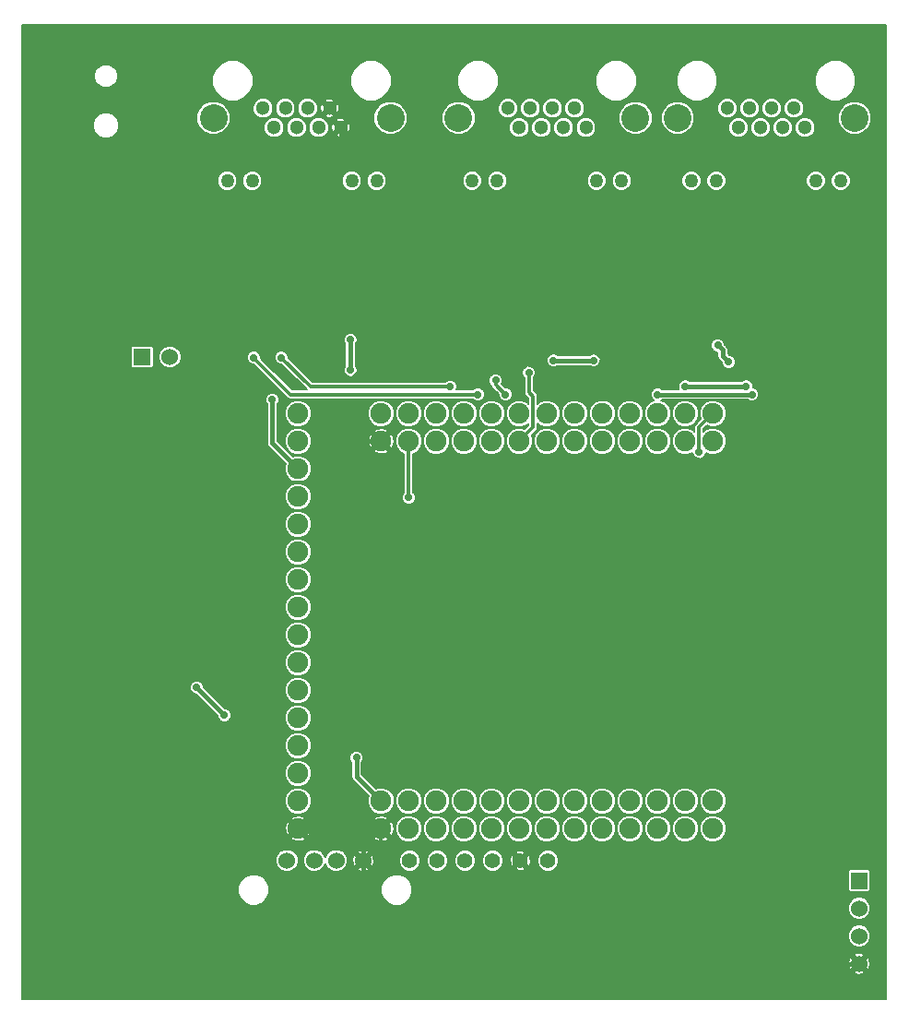
<source format=gbl>
G04 (created by PCBNEW (2013-mar-13)-stable) date Thu 11 Jun 2015 06:02:21 PM CEST*
%MOIN*%
G04 Gerber Fmt 3.4, Leading zero omitted, Abs format*
%FSLAX34Y34*%
G01*
G70*
G90*
G04 APERTURE LIST*
%ADD10C,0.005906*%
%ADD11C,0.051181*%
%ADD12C,0.100000*%
%ADD13C,0.050000*%
%ADD14R,0.060000X0.060000*%
%ADD15C,0.060000*%
%ADD16C,0.075000*%
%ADD17C,0.055100*%
%ADD18C,0.028000*%
%ADD19C,0.016000*%
%ADD20C,0.040000*%
%ADD21C,0.012000*%
%ADD22C,0.006000*%
G04 APERTURE END LIST*
G54D10*
G54D11*
X49003Y-22812D03*
X50208Y-23512D03*
X49405Y-23512D03*
X48200Y-22812D03*
X48602Y-23512D03*
X49807Y-22812D03*
X51011Y-23512D03*
X50610Y-22812D03*
G54D12*
X52807Y-23162D03*
X46405Y-23162D03*
G54D13*
X52307Y-25426D03*
X51405Y-25426D03*
X47807Y-25426D03*
X46905Y-25426D03*
G54D11*
X57862Y-22812D03*
X59066Y-23512D03*
X58263Y-23512D03*
X57059Y-22812D03*
X57460Y-23512D03*
X58665Y-22812D03*
X59870Y-23512D03*
X59468Y-22812D03*
G54D12*
X61665Y-23162D03*
X55263Y-23162D03*
G54D13*
X61165Y-25426D03*
X60263Y-25426D03*
X56665Y-25426D03*
X55763Y-25426D03*
G54D11*
X65787Y-22812D03*
X66992Y-23512D03*
X66189Y-23512D03*
X64984Y-22812D03*
X65386Y-23512D03*
X66590Y-22812D03*
X67795Y-23512D03*
X67393Y-22812D03*
G54D12*
X69590Y-23162D03*
X63189Y-23162D03*
G54D13*
X69090Y-25426D03*
X68189Y-25426D03*
X64590Y-25426D03*
X63689Y-25426D03*
G54D14*
X43830Y-31800D03*
G54D15*
X44830Y-31800D03*
G54D16*
X52465Y-47840D03*
X52465Y-48840D03*
X53465Y-47840D03*
X53465Y-48840D03*
X54465Y-47840D03*
X54465Y-48840D03*
X55465Y-47840D03*
X55465Y-48840D03*
X56465Y-47840D03*
X56465Y-48840D03*
X57465Y-47840D03*
X57465Y-48840D03*
X58465Y-47840D03*
X58465Y-48840D03*
X59465Y-47840D03*
X59465Y-48840D03*
X60465Y-47840D03*
X60465Y-48840D03*
X61465Y-47840D03*
X61465Y-48840D03*
X62465Y-47840D03*
X62465Y-48840D03*
X63465Y-47840D03*
X63465Y-48840D03*
X64465Y-47840D03*
X64465Y-48840D03*
X52465Y-33840D03*
X52465Y-34840D03*
X53465Y-33840D03*
X53465Y-34840D03*
X54465Y-33840D03*
X54465Y-34840D03*
X55465Y-33840D03*
X55465Y-34840D03*
X56465Y-33840D03*
X56465Y-34840D03*
X57465Y-33840D03*
X57465Y-34840D03*
X58465Y-33840D03*
X58465Y-34840D03*
X59465Y-33840D03*
X59465Y-34840D03*
X60465Y-33840D03*
X60465Y-34840D03*
X61465Y-33840D03*
X61465Y-34840D03*
X62465Y-33840D03*
X62465Y-34840D03*
X63465Y-33840D03*
X63465Y-34840D03*
X64465Y-33840D03*
X64465Y-34840D03*
X49465Y-33840D03*
X49465Y-34840D03*
X49465Y-35840D03*
X49465Y-36840D03*
X49465Y-37840D03*
X49465Y-38840D03*
X49465Y-39840D03*
X49465Y-40840D03*
X49465Y-41840D03*
X49465Y-42840D03*
X49465Y-43840D03*
X49465Y-44840D03*
X49465Y-45840D03*
X49465Y-46840D03*
X49465Y-47840D03*
X49465Y-48840D03*
G54D14*
X69755Y-50720D03*
G54D15*
X69755Y-51720D03*
X69755Y-52720D03*
X69755Y-53720D03*
G54D17*
X58500Y-50000D03*
X57500Y-50000D03*
X56500Y-50000D03*
X55500Y-50000D03*
X54500Y-50000D03*
X53500Y-50000D03*
G54D15*
X51822Y-49995D03*
X50838Y-49995D03*
X50051Y-49995D03*
X49067Y-49995D03*
G54D18*
X48529Y-33341D03*
X51579Y-46278D03*
X46800Y-44740D03*
X45798Y-43737D03*
X61500Y-42000D03*
X57500Y-42000D03*
X53500Y-42000D03*
X55500Y-42000D03*
X59500Y-42000D03*
X63500Y-42000D03*
X61500Y-40000D03*
X57500Y-40000D03*
X53500Y-40000D03*
X55500Y-40000D03*
X59500Y-40000D03*
X63500Y-40000D03*
X51500Y-36000D03*
X51500Y-38000D03*
X51500Y-44000D03*
X53500Y-44000D03*
X65500Y-46000D03*
X61500Y-46000D03*
X57500Y-46000D03*
X53500Y-46000D03*
X55500Y-46000D03*
X59500Y-46000D03*
X63500Y-46000D03*
X67500Y-46000D03*
X63500Y-44000D03*
X59500Y-44000D03*
X55500Y-44000D03*
X57500Y-44000D03*
X61500Y-44000D03*
X51500Y-42000D03*
X51500Y-40000D03*
X53500Y-38000D03*
X52500Y-37000D03*
X55500Y-38000D03*
X63500Y-36000D03*
X59500Y-36000D03*
X55500Y-36000D03*
X57500Y-36000D03*
X61500Y-36000D03*
X65500Y-36000D03*
X63500Y-38000D03*
X61500Y-38000D03*
X57500Y-38000D03*
X59500Y-38000D03*
X65500Y-38000D03*
X47037Y-50596D03*
X45773Y-52345D03*
X59481Y-50868D03*
X68770Y-49836D03*
X52648Y-50456D03*
X46350Y-32500D03*
X45850Y-32000D03*
X46850Y-32500D03*
X45850Y-31500D03*
X47350Y-32500D03*
X45150Y-30300D03*
X45150Y-30800D03*
X45150Y-24800D03*
X45150Y-25800D03*
X45150Y-25300D03*
X44685Y-24074D03*
X44685Y-21653D03*
X39740Y-33180D03*
X40112Y-26048D03*
X41534Y-53889D03*
X40638Y-32480D03*
X69306Y-30792D03*
X63474Y-30792D03*
X61380Y-30792D03*
X69306Y-27242D03*
X63474Y-27242D03*
X61380Y-27242D03*
X55548Y-27242D03*
X55548Y-30792D03*
X52522Y-30792D03*
X52522Y-27242D03*
X40160Y-41370D03*
X46990Y-39498D03*
X44870Y-37554D03*
X45150Y-26300D03*
X45150Y-26800D03*
X45150Y-29300D03*
X45150Y-29800D03*
X45150Y-28812D03*
X46690Y-30792D03*
X45150Y-27800D03*
X45150Y-28300D03*
X41536Y-33180D03*
X43180Y-34966D03*
X44874Y-26050D03*
X45150Y-27300D03*
X46690Y-27242D03*
X65880Y-33154D03*
X62465Y-33154D03*
X65662Y-32865D03*
X63465Y-32865D03*
X60153Y-31929D03*
X58702Y-31929D03*
X51356Y-31172D03*
X51356Y-32268D03*
X63965Y-35233D03*
X65034Y-31980D03*
X64640Y-31373D03*
X57814Y-32366D03*
X56614Y-32642D03*
X56965Y-33152D03*
X54966Y-32870D03*
X48856Y-31822D03*
X55964Y-33150D03*
X47856Y-31822D03*
X53466Y-36879D03*
G54D19*
X48529Y-33341D02*
X48529Y-34904D01*
X48529Y-34904D02*
X49465Y-35840D01*
X51579Y-46278D02*
X51579Y-46954D01*
X51579Y-46954D02*
X52465Y-47840D01*
X46800Y-44740D02*
X46800Y-44739D01*
X46800Y-44739D02*
X45798Y-43737D01*
X69755Y-53720D02*
X53525Y-53720D01*
X53525Y-53720D02*
X51822Y-52017D01*
X47874Y-52995D02*
X50844Y-52995D01*
X51822Y-52017D02*
X51822Y-49995D01*
X50844Y-52995D02*
X51822Y-52017D01*
X63500Y-42000D02*
X61500Y-42000D01*
X59500Y-42000D02*
X57500Y-42000D01*
X55500Y-42000D02*
X53500Y-42000D01*
X57500Y-42000D02*
X55500Y-42000D01*
X61500Y-42000D02*
X59500Y-42000D01*
X63500Y-40000D02*
X61500Y-40000D01*
X59500Y-40000D02*
X57500Y-40000D01*
X55500Y-40000D02*
X53500Y-40000D01*
X57500Y-40000D02*
X55500Y-40000D01*
X61500Y-40000D02*
X59500Y-40000D01*
G54D20*
X51500Y-38000D02*
X51500Y-36000D01*
G54D19*
X51500Y-36000D02*
X51500Y-35120D01*
X51780Y-34840D02*
X52465Y-34840D01*
X51500Y-35120D02*
X51780Y-34840D01*
G54D21*
X45186Y-36340D02*
X51160Y-36340D01*
X44870Y-36656D02*
X45186Y-36340D01*
X51160Y-36340D02*
X51500Y-36000D01*
G54D20*
X51500Y-44000D02*
X51500Y-45500D01*
X51000Y-46000D02*
X51000Y-48172D01*
X51500Y-45500D02*
X51000Y-46000D01*
X51500Y-42000D02*
X51500Y-44000D01*
G54D19*
X51500Y-44000D02*
X53500Y-44000D01*
X67500Y-46000D02*
X65500Y-46000D01*
X63500Y-46000D02*
X61500Y-46000D01*
X59500Y-46000D02*
X57500Y-46000D01*
X55500Y-46000D02*
X53500Y-46000D01*
X53500Y-46000D02*
X53500Y-44000D01*
X57500Y-46000D02*
X55500Y-46000D01*
X61500Y-46000D02*
X59500Y-46000D01*
X65500Y-46000D02*
X63500Y-46000D01*
X61500Y-44000D02*
X59500Y-44000D01*
X57500Y-44000D02*
X55500Y-44000D01*
X55500Y-44000D02*
X53500Y-44000D01*
X59500Y-44000D02*
X57500Y-44000D01*
X63500Y-44000D02*
X61500Y-44000D01*
X53500Y-44000D02*
X53500Y-42000D01*
G54D20*
X51500Y-40000D02*
X51500Y-42000D01*
G54D19*
X51500Y-42000D02*
X53500Y-42000D01*
X53500Y-42000D02*
X53500Y-40000D01*
G54D20*
X51500Y-38000D02*
X51500Y-40000D01*
G54D19*
X51500Y-40000D02*
X53500Y-40000D01*
X53500Y-40000D02*
X53500Y-38000D01*
X51500Y-38000D02*
X52500Y-37000D01*
X53500Y-38000D02*
X52500Y-37000D01*
X55500Y-38000D02*
X53500Y-38000D01*
X65500Y-36000D02*
X63500Y-36000D01*
X61500Y-36000D02*
X59500Y-36000D01*
X55500Y-36000D02*
X55500Y-38000D01*
X57500Y-36000D02*
X55500Y-36000D01*
X59500Y-36000D02*
X57500Y-36000D01*
X63500Y-36000D02*
X61500Y-36000D01*
X65500Y-38000D02*
X63500Y-38000D01*
X59500Y-38000D02*
X57500Y-38000D01*
X57500Y-38000D02*
X55500Y-38000D01*
X59500Y-38000D02*
X61500Y-38000D01*
X63500Y-38000D02*
X61500Y-38000D01*
X47037Y-50596D02*
X46434Y-50596D01*
X45773Y-51257D02*
X45773Y-52345D01*
X46434Y-50596D02*
X45773Y-51257D01*
X45773Y-52345D02*
X47224Y-52345D01*
X47224Y-52345D02*
X47874Y-52995D01*
X59481Y-50868D02*
X59481Y-50377D01*
X59346Y-50242D02*
X59346Y-49836D01*
X59481Y-50377D02*
X59346Y-50242D01*
X68770Y-49836D02*
X59346Y-49836D01*
X58018Y-49482D02*
X57500Y-50000D01*
X58992Y-49482D02*
X58018Y-49482D01*
X59346Y-49836D02*
X58992Y-49482D01*
G54D21*
X52465Y-50273D02*
X52648Y-50456D01*
X52465Y-50273D02*
X52465Y-48840D01*
G54D19*
X51822Y-49995D02*
X51822Y-49482D01*
X51822Y-49482D02*
X52465Y-48840D01*
X45850Y-31500D02*
X45150Y-30800D01*
X45150Y-30300D02*
X45650Y-30300D01*
X41905Y-30800D02*
X45150Y-30800D01*
X44685Y-24074D02*
X42085Y-24074D01*
X42085Y-24074D02*
X40112Y-26048D01*
X44685Y-21653D02*
X44685Y-24074D01*
X39740Y-33180D02*
X39740Y-26420D01*
X39740Y-26420D02*
X40112Y-26048D01*
X41534Y-53889D02*
X46981Y-53889D01*
X46981Y-53889D02*
X47874Y-52995D01*
X40638Y-32480D02*
X40638Y-32067D01*
X40638Y-32067D02*
X41905Y-30800D01*
X63474Y-30792D02*
X69306Y-30792D01*
X61380Y-30792D02*
X63474Y-30792D01*
X55548Y-30792D02*
X61380Y-30792D01*
X63474Y-27242D02*
X69306Y-27242D01*
X61380Y-27242D02*
X63474Y-27242D01*
X55548Y-27242D02*
X61380Y-27242D01*
X52522Y-27242D02*
X55548Y-27242D01*
X52522Y-30792D02*
X55548Y-30792D01*
X46690Y-30792D02*
X52522Y-30792D01*
G54D20*
X49465Y-48840D02*
X50332Y-48840D01*
X50332Y-48840D02*
X51000Y-48172D01*
X51000Y-48172D02*
X51018Y-48154D01*
X51700Y-48840D02*
X51018Y-48158D01*
X51018Y-48158D02*
X51018Y-48154D01*
X52465Y-48840D02*
X51700Y-48840D01*
G54D19*
X46690Y-27242D02*
X51190Y-27242D01*
X51190Y-27242D02*
X51856Y-26576D01*
X51011Y-23512D02*
X51011Y-24161D01*
X51011Y-24161D02*
X51856Y-25006D01*
X51856Y-25006D02*
X51856Y-26576D01*
X51856Y-26576D02*
X52522Y-27242D01*
X40160Y-41370D02*
X40160Y-37986D01*
X40160Y-37986D02*
X43180Y-34966D01*
X44870Y-37554D02*
X45534Y-37554D01*
X46990Y-39010D02*
X46990Y-39498D01*
X45534Y-37554D02*
X46990Y-39010D01*
X44870Y-37554D02*
X44870Y-36656D01*
X44870Y-36656D02*
X43180Y-34966D01*
X46690Y-30792D02*
X46142Y-30792D01*
X46142Y-30792D02*
X45650Y-30300D01*
X46690Y-27242D02*
X46034Y-27242D01*
X45976Y-27300D02*
X45150Y-27300D01*
X46034Y-27242D02*
X45976Y-27300D01*
X41536Y-33180D02*
X42930Y-33180D01*
X43180Y-33430D02*
X43180Y-34966D01*
X42930Y-33180D02*
X43180Y-33430D01*
X65880Y-33154D02*
X62465Y-33154D01*
X65662Y-32865D02*
X63465Y-32865D01*
X58702Y-31929D02*
X60153Y-31929D01*
X51356Y-31172D02*
X51356Y-32268D01*
G54D21*
X63965Y-35233D02*
X63965Y-34340D01*
X63965Y-34340D02*
X64465Y-33840D01*
G54D19*
X65034Y-31980D02*
X64813Y-31759D01*
X64813Y-31546D02*
X64640Y-31373D01*
X64813Y-31759D02*
X64813Y-31546D01*
G54D21*
X57814Y-32366D02*
X57814Y-33077D01*
X57965Y-34340D02*
X57465Y-34840D01*
X57965Y-33228D02*
X57965Y-34340D01*
X57814Y-33077D02*
X57965Y-33228D01*
X56614Y-32642D02*
X56614Y-32801D01*
X56614Y-32801D02*
X56965Y-33152D01*
X54966Y-32870D02*
X49904Y-32870D01*
X49904Y-32870D02*
X48856Y-31822D01*
X55964Y-33150D02*
X49184Y-33150D01*
X49184Y-33150D02*
X47856Y-31822D01*
X53466Y-36879D02*
X53466Y-34841D01*
X53466Y-34841D02*
X53465Y-34840D01*
G54D10*
G36*
X70736Y-54988D02*
X70200Y-54988D01*
X70200Y-23041D01*
X70108Y-22817D01*
X69936Y-22645D01*
X69712Y-22552D01*
X69630Y-22552D01*
X69630Y-21665D01*
X69517Y-21393D01*
X69309Y-21185D01*
X69037Y-21072D01*
X68743Y-21071D01*
X68471Y-21184D01*
X68263Y-21392D01*
X68150Y-21664D01*
X68149Y-21958D01*
X68262Y-22230D01*
X68470Y-22438D01*
X68742Y-22551D01*
X69036Y-22552D01*
X69308Y-22439D01*
X69516Y-22231D01*
X69629Y-21959D01*
X69630Y-21665D01*
X69630Y-22552D01*
X69469Y-22552D01*
X69245Y-22644D01*
X69073Y-22816D01*
X68980Y-23040D01*
X68980Y-23283D01*
X69073Y-23507D01*
X69244Y-23679D01*
X69468Y-23772D01*
X69711Y-23772D01*
X69935Y-23679D01*
X70107Y-23508D01*
X70200Y-23284D01*
X70200Y-23041D01*
X70200Y-54988D01*
X70165Y-54988D01*
X70165Y-52638D01*
X70165Y-51638D01*
X70165Y-51638D01*
X70165Y-51041D01*
X70165Y-50998D01*
X70165Y-50398D01*
X70148Y-50357D01*
X70117Y-50326D01*
X70076Y-50310D01*
X70033Y-50310D01*
X69450Y-50310D01*
X69450Y-25354D01*
X69396Y-25222D01*
X69294Y-25121D01*
X69162Y-25066D01*
X69019Y-25066D01*
X68887Y-25120D01*
X68785Y-25221D01*
X68730Y-25354D01*
X68730Y-25497D01*
X68785Y-25629D01*
X68886Y-25731D01*
X69018Y-25786D01*
X69162Y-25786D01*
X69294Y-25731D01*
X69395Y-25630D01*
X69450Y-25498D01*
X69450Y-25354D01*
X69450Y-50310D01*
X69433Y-50310D01*
X69392Y-50326D01*
X69361Y-50357D01*
X69345Y-50398D01*
X69345Y-50441D01*
X69345Y-51041D01*
X69361Y-51082D01*
X69392Y-51113D01*
X69433Y-51130D01*
X69476Y-51130D01*
X70076Y-51130D01*
X70117Y-51113D01*
X70148Y-51082D01*
X70165Y-51041D01*
X70165Y-51638D01*
X70102Y-51488D01*
X69987Y-51372D01*
X69836Y-51310D01*
X69673Y-51309D01*
X69523Y-51372D01*
X69407Y-51487D01*
X69345Y-51638D01*
X69344Y-51801D01*
X69407Y-51951D01*
X69522Y-52067D01*
X69673Y-52129D01*
X69836Y-52130D01*
X69986Y-52067D01*
X70102Y-51952D01*
X70164Y-51801D01*
X70165Y-51638D01*
X70165Y-52638D01*
X70102Y-52488D01*
X69987Y-52372D01*
X69836Y-52310D01*
X69673Y-52309D01*
X69523Y-52372D01*
X69407Y-52487D01*
X69345Y-52638D01*
X69344Y-52801D01*
X69407Y-52951D01*
X69522Y-53067D01*
X69673Y-53129D01*
X69836Y-53130D01*
X69986Y-53067D01*
X70102Y-52952D01*
X70164Y-52801D01*
X70165Y-52638D01*
X70165Y-54988D01*
X70151Y-54988D01*
X70151Y-53743D01*
X70130Y-53589D01*
X70112Y-53546D01*
X70065Y-53508D01*
X69966Y-53607D01*
X69966Y-53409D01*
X69928Y-53362D01*
X69778Y-53323D01*
X69624Y-53344D01*
X69581Y-53362D01*
X69543Y-53409D01*
X69755Y-53621D01*
X69966Y-53409D01*
X69966Y-53607D01*
X69853Y-53720D01*
X70065Y-53931D01*
X70112Y-53893D01*
X70151Y-53743D01*
X70151Y-54988D01*
X69966Y-54988D01*
X69966Y-54030D01*
X69755Y-53818D01*
X69656Y-53917D01*
X69656Y-53720D01*
X69444Y-53508D01*
X69397Y-53546D01*
X69358Y-53696D01*
X69379Y-53850D01*
X69397Y-53893D01*
X69444Y-53931D01*
X69656Y-53720D01*
X69656Y-53917D01*
X69543Y-54030D01*
X69581Y-54077D01*
X69731Y-54116D01*
X69885Y-54095D01*
X69928Y-54077D01*
X69966Y-54030D01*
X69966Y-54988D01*
X68549Y-54988D01*
X68549Y-25354D01*
X68494Y-25222D01*
X68393Y-25121D01*
X68261Y-25066D01*
X68161Y-25066D01*
X68161Y-23440D01*
X68105Y-23305D01*
X68003Y-23202D01*
X67868Y-23146D01*
X67759Y-23146D01*
X67759Y-22739D01*
X67704Y-22605D01*
X67601Y-22501D01*
X67467Y-22446D01*
X67321Y-22446D01*
X67186Y-22501D01*
X67083Y-22604D01*
X67028Y-22738D01*
X67027Y-22884D01*
X67083Y-23018D01*
X67186Y-23122D01*
X67320Y-23177D01*
X67466Y-23177D01*
X67600Y-23122D01*
X67703Y-23019D01*
X67759Y-22885D01*
X67759Y-22739D01*
X67759Y-23146D01*
X67723Y-23146D01*
X67588Y-23202D01*
X67485Y-23305D01*
X67429Y-23439D01*
X67429Y-23585D01*
X67485Y-23719D01*
X67587Y-23822D01*
X67722Y-23878D01*
X67867Y-23878D01*
X68002Y-23823D01*
X68105Y-23720D01*
X68161Y-23585D01*
X68161Y-23440D01*
X68161Y-25066D01*
X68117Y-25066D01*
X67985Y-25120D01*
X67884Y-25221D01*
X67829Y-25354D01*
X67829Y-25497D01*
X67883Y-25629D01*
X67985Y-25731D01*
X68117Y-25786D01*
X68260Y-25786D01*
X68392Y-25731D01*
X68494Y-25630D01*
X68549Y-25498D01*
X68549Y-25354D01*
X68549Y-54988D01*
X67358Y-54988D01*
X67358Y-23440D01*
X67302Y-23305D01*
X67199Y-23202D01*
X67065Y-23146D01*
X66956Y-23146D01*
X66956Y-22739D01*
X66901Y-22605D01*
X66798Y-22501D01*
X66663Y-22446D01*
X66518Y-22446D01*
X66383Y-22501D01*
X66280Y-22604D01*
X66224Y-22738D01*
X66224Y-22884D01*
X66280Y-23018D01*
X66383Y-23122D01*
X66517Y-23177D01*
X66663Y-23177D01*
X66797Y-23122D01*
X66900Y-23019D01*
X66956Y-22885D01*
X66956Y-22739D01*
X66956Y-23146D01*
X66919Y-23146D01*
X66785Y-23202D01*
X66682Y-23305D01*
X66626Y-23439D01*
X66626Y-23585D01*
X66681Y-23719D01*
X66784Y-23822D01*
X66919Y-23878D01*
X67064Y-23878D01*
X67199Y-23823D01*
X67302Y-23720D01*
X67358Y-23585D01*
X67358Y-23440D01*
X67358Y-54988D01*
X66555Y-54988D01*
X66555Y-23440D01*
X66499Y-23305D01*
X66396Y-23202D01*
X66262Y-23146D01*
X66153Y-23146D01*
X66153Y-22739D01*
X66098Y-22605D01*
X65995Y-22501D01*
X65860Y-22446D01*
X65715Y-22446D01*
X65580Y-22501D01*
X65477Y-22604D01*
X65421Y-22738D01*
X65421Y-22884D01*
X65477Y-23018D01*
X65580Y-23122D01*
X65714Y-23177D01*
X65860Y-23177D01*
X65994Y-23122D01*
X66097Y-23019D01*
X66153Y-22885D01*
X66153Y-22739D01*
X66153Y-23146D01*
X66116Y-23146D01*
X65982Y-23202D01*
X65879Y-23305D01*
X65823Y-23439D01*
X65823Y-23585D01*
X65878Y-23719D01*
X65981Y-23822D01*
X66116Y-23878D01*
X66261Y-23878D01*
X66396Y-23823D01*
X66499Y-23720D01*
X66555Y-23585D01*
X66555Y-23440D01*
X66555Y-54988D01*
X66130Y-54988D01*
X66130Y-33104D01*
X66092Y-33012D01*
X66021Y-32942D01*
X65929Y-32904D01*
X65911Y-32904D01*
X65912Y-32815D01*
X65874Y-32723D01*
X65803Y-32653D01*
X65752Y-32631D01*
X65752Y-23440D01*
X65696Y-23305D01*
X65593Y-23202D01*
X65459Y-23146D01*
X65350Y-23146D01*
X65350Y-22739D01*
X65294Y-22605D01*
X65192Y-22501D01*
X65057Y-22446D01*
X64912Y-22446D01*
X64777Y-22501D01*
X64674Y-22604D01*
X64630Y-22711D01*
X64630Y-21665D01*
X64517Y-21393D01*
X64309Y-21185D01*
X64037Y-21072D01*
X63743Y-21071D01*
X63471Y-21184D01*
X63263Y-21392D01*
X63150Y-21664D01*
X63149Y-21958D01*
X63262Y-22230D01*
X63470Y-22438D01*
X63742Y-22551D01*
X64036Y-22552D01*
X64308Y-22439D01*
X64516Y-22231D01*
X64629Y-21959D01*
X64630Y-21665D01*
X64630Y-22711D01*
X64618Y-22738D01*
X64618Y-22884D01*
X64674Y-23018D01*
X64776Y-23122D01*
X64911Y-23177D01*
X65056Y-23177D01*
X65191Y-23122D01*
X65294Y-23019D01*
X65350Y-22885D01*
X65350Y-22739D01*
X65350Y-23146D01*
X65313Y-23146D01*
X65179Y-23202D01*
X65076Y-23305D01*
X65020Y-23439D01*
X65020Y-23585D01*
X65075Y-23719D01*
X65178Y-23822D01*
X65312Y-23878D01*
X65458Y-23878D01*
X65593Y-23823D01*
X65696Y-23720D01*
X65751Y-23585D01*
X65752Y-23440D01*
X65752Y-32631D01*
X65711Y-32615D01*
X65612Y-32614D01*
X65520Y-32652D01*
X65498Y-32675D01*
X65284Y-32675D01*
X65284Y-31930D01*
X65246Y-31838D01*
X65175Y-31768D01*
X65083Y-31730D01*
X65052Y-31730D01*
X65003Y-31680D01*
X65003Y-31546D01*
X65003Y-31546D01*
X65003Y-31546D01*
X64988Y-31473D01*
X64950Y-31416D01*
X64950Y-25354D01*
X64896Y-25222D01*
X64794Y-25121D01*
X64662Y-25066D01*
X64519Y-25066D01*
X64387Y-25120D01*
X64285Y-25221D01*
X64230Y-25354D01*
X64230Y-25497D01*
X64285Y-25629D01*
X64386Y-25731D01*
X64518Y-25786D01*
X64662Y-25786D01*
X64794Y-25731D01*
X64895Y-25630D01*
X64950Y-25498D01*
X64950Y-25354D01*
X64950Y-31416D01*
X64947Y-31411D01*
X64890Y-31354D01*
X64890Y-31323D01*
X64852Y-31231D01*
X64781Y-31161D01*
X64689Y-31123D01*
X64590Y-31122D01*
X64498Y-31160D01*
X64428Y-31231D01*
X64390Y-31323D01*
X64389Y-31422D01*
X64427Y-31514D01*
X64498Y-31584D01*
X64590Y-31622D01*
X64621Y-31622D01*
X64623Y-31624D01*
X64623Y-31759D01*
X64637Y-31831D01*
X64678Y-31893D01*
X64783Y-31998D01*
X64783Y-32029D01*
X64821Y-32121D01*
X64892Y-32191D01*
X64984Y-32229D01*
X65083Y-32230D01*
X65175Y-32192D01*
X65245Y-32121D01*
X65283Y-32029D01*
X65284Y-31930D01*
X65284Y-32675D01*
X64049Y-32675D01*
X64049Y-25354D01*
X63994Y-25222D01*
X63893Y-25121D01*
X63799Y-25082D01*
X63799Y-23041D01*
X63706Y-22817D01*
X63535Y-22645D01*
X63311Y-22552D01*
X63068Y-22552D01*
X62844Y-22644D01*
X62672Y-22816D01*
X62579Y-23040D01*
X62579Y-23283D01*
X62671Y-23507D01*
X62843Y-23679D01*
X63067Y-23772D01*
X63310Y-23772D01*
X63534Y-23679D01*
X63706Y-23508D01*
X63799Y-23284D01*
X63799Y-23041D01*
X63799Y-25082D01*
X63761Y-25066D01*
X63617Y-25066D01*
X63485Y-25120D01*
X63384Y-25221D01*
X63329Y-25354D01*
X63329Y-25497D01*
X63383Y-25629D01*
X63485Y-25731D01*
X63617Y-25786D01*
X63760Y-25786D01*
X63892Y-25731D01*
X63994Y-25630D01*
X64049Y-25498D01*
X64049Y-25354D01*
X64049Y-32675D01*
X63628Y-32675D01*
X63606Y-32653D01*
X63514Y-32615D01*
X63415Y-32614D01*
X63323Y-32652D01*
X63253Y-32723D01*
X63215Y-32815D01*
X63214Y-32914D01*
X63235Y-32964D01*
X62628Y-32964D01*
X62606Y-32942D01*
X62514Y-32904D01*
X62415Y-32903D01*
X62323Y-32941D01*
X62275Y-32989D01*
X62275Y-23041D01*
X62182Y-22817D01*
X62011Y-22645D01*
X61787Y-22552D01*
X61704Y-22552D01*
X61704Y-21665D01*
X61592Y-21393D01*
X61384Y-21185D01*
X61112Y-21072D01*
X60818Y-21071D01*
X60545Y-21184D01*
X60337Y-21392D01*
X60224Y-21664D01*
X60224Y-21958D01*
X60336Y-22230D01*
X60544Y-22438D01*
X60816Y-22551D01*
X61111Y-22552D01*
X61383Y-22439D01*
X61591Y-22231D01*
X61704Y-21959D01*
X61704Y-21665D01*
X61704Y-22552D01*
X61544Y-22552D01*
X61320Y-22644D01*
X61148Y-22816D01*
X61055Y-23040D01*
X61055Y-23283D01*
X61147Y-23507D01*
X61319Y-23679D01*
X61543Y-23772D01*
X61786Y-23772D01*
X62010Y-23679D01*
X62182Y-23508D01*
X62275Y-23284D01*
X62275Y-23041D01*
X62275Y-32989D01*
X62253Y-33012D01*
X62215Y-33104D01*
X62214Y-33203D01*
X62252Y-33295D01*
X62323Y-33365D01*
X62332Y-33369D01*
X62190Y-33428D01*
X62054Y-33564D01*
X61980Y-33743D01*
X61979Y-33936D01*
X62053Y-34114D01*
X62189Y-34250D01*
X62368Y-34324D01*
X62561Y-34325D01*
X62739Y-34251D01*
X62875Y-34115D01*
X62949Y-33936D01*
X62950Y-33743D01*
X62876Y-33565D01*
X62740Y-33429D01*
X62597Y-33369D01*
X62606Y-33366D01*
X62628Y-33344D01*
X65716Y-33344D01*
X65738Y-33365D01*
X65830Y-33403D01*
X65929Y-33404D01*
X66021Y-33366D01*
X66091Y-33295D01*
X66129Y-33203D01*
X66130Y-33104D01*
X66130Y-54988D01*
X64950Y-54988D01*
X64950Y-48743D01*
X64950Y-47743D01*
X64950Y-34743D01*
X64876Y-34565D01*
X64740Y-34429D01*
X64561Y-34355D01*
X64368Y-34354D01*
X64190Y-34428D01*
X64135Y-34484D01*
X64135Y-34410D01*
X64263Y-34281D01*
X64368Y-34324D01*
X64561Y-34325D01*
X64739Y-34251D01*
X64875Y-34115D01*
X64949Y-33936D01*
X64950Y-33743D01*
X64876Y-33565D01*
X64740Y-33429D01*
X64561Y-33355D01*
X64368Y-33354D01*
X64190Y-33428D01*
X64054Y-33564D01*
X63980Y-33743D01*
X63979Y-33936D01*
X64023Y-34041D01*
X63950Y-34114D01*
X63950Y-33743D01*
X63876Y-33565D01*
X63740Y-33429D01*
X63561Y-33355D01*
X63368Y-33354D01*
X63190Y-33428D01*
X63054Y-33564D01*
X62980Y-33743D01*
X62979Y-33936D01*
X63053Y-34114D01*
X63189Y-34250D01*
X63368Y-34324D01*
X63561Y-34325D01*
X63739Y-34251D01*
X63875Y-34115D01*
X63949Y-33936D01*
X63950Y-33743D01*
X63950Y-34114D01*
X63844Y-34219D01*
X63807Y-34274D01*
X63795Y-34340D01*
X63795Y-34484D01*
X63740Y-34429D01*
X63561Y-34355D01*
X63368Y-34354D01*
X63190Y-34428D01*
X63054Y-34564D01*
X62980Y-34743D01*
X62979Y-34936D01*
X63053Y-35114D01*
X63189Y-35250D01*
X63368Y-35324D01*
X63561Y-35325D01*
X63714Y-35261D01*
X63714Y-35282D01*
X63752Y-35374D01*
X63823Y-35444D01*
X63915Y-35482D01*
X64014Y-35483D01*
X64106Y-35445D01*
X64176Y-35374D01*
X64214Y-35282D01*
X64214Y-35261D01*
X64368Y-35324D01*
X64561Y-35325D01*
X64739Y-35251D01*
X64875Y-35115D01*
X64949Y-34936D01*
X64950Y-34743D01*
X64950Y-47743D01*
X64876Y-47565D01*
X64740Y-47429D01*
X64561Y-47355D01*
X64368Y-47354D01*
X64190Y-47428D01*
X64054Y-47564D01*
X63980Y-47743D01*
X63979Y-47936D01*
X64053Y-48114D01*
X64189Y-48250D01*
X64368Y-48324D01*
X64561Y-48325D01*
X64739Y-48251D01*
X64875Y-48115D01*
X64949Y-47936D01*
X64950Y-47743D01*
X64950Y-48743D01*
X64876Y-48565D01*
X64740Y-48429D01*
X64561Y-48355D01*
X64368Y-48354D01*
X64190Y-48428D01*
X64054Y-48564D01*
X63980Y-48743D01*
X63979Y-48936D01*
X64053Y-49114D01*
X64189Y-49250D01*
X64368Y-49324D01*
X64561Y-49325D01*
X64739Y-49251D01*
X64875Y-49115D01*
X64949Y-48936D01*
X64950Y-48743D01*
X64950Y-54988D01*
X63950Y-54988D01*
X63950Y-48743D01*
X63950Y-47743D01*
X63876Y-47565D01*
X63740Y-47429D01*
X63561Y-47355D01*
X63368Y-47354D01*
X63190Y-47428D01*
X63054Y-47564D01*
X62980Y-47743D01*
X62979Y-47936D01*
X63053Y-48114D01*
X63189Y-48250D01*
X63368Y-48324D01*
X63561Y-48325D01*
X63739Y-48251D01*
X63875Y-48115D01*
X63949Y-47936D01*
X63950Y-47743D01*
X63950Y-48743D01*
X63876Y-48565D01*
X63740Y-48429D01*
X63561Y-48355D01*
X63368Y-48354D01*
X63190Y-48428D01*
X63054Y-48564D01*
X62980Y-48743D01*
X62979Y-48936D01*
X63053Y-49114D01*
X63189Y-49250D01*
X63368Y-49324D01*
X63561Y-49325D01*
X63739Y-49251D01*
X63875Y-49115D01*
X63949Y-48936D01*
X63950Y-48743D01*
X63950Y-54988D01*
X62950Y-54988D01*
X62950Y-48743D01*
X62950Y-47743D01*
X62950Y-34743D01*
X62876Y-34565D01*
X62740Y-34429D01*
X62561Y-34355D01*
X62368Y-34354D01*
X62190Y-34428D01*
X62054Y-34564D01*
X61980Y-34743D01*
X61979Y-34936D01*
X62053Y-35114D01*
X62189Y-35250D01*
X62368Y-35324D01*
X62561Y-35325D01*
X62739Y-35251D01*
X62875Y-35115D01*
X62949Y-34936D01*
X62950Y-34743D01*
X62950Y-47743D01*
X62876Y-47565D01*
X62740Y-47429D01*
X62561Y-47355D01*
X62368Y-47354D01*
X62190Y-47428D01*
X62054Y-47564D01*
X61980Y-47743D01*
X61979Y-47936D01*
X62053Y-48114D01*
X62189Y-48250D01*
X62368Y-48324D01*
X62561Y-48325D01*
X62739Y-48251D01*
X62875Y-48115D01*
X62949Y-47936D01*
X62950Y-47743D01*
X62950Y-48743D01*
X62876Y-48565D01*
X62740Y-48429D01*
X62561Y-48355D01*
X62368Y-48354D01*
X62190Y-48428D01*
X62054Y-48564D01*
X61980Y-48743D01*
X61979Y-48936D01*
X62053Y-49114D01*
X62189Y-49250D01*
X62368Y-49324D01*
X62561Y-49325D01*
X62739Y-49251D01*
X62875Y-49115D01*
X62949Y-48936D01*
X62950Y-48743D01*
X62950Y-54988D01*
X61950Y-54988D01*
X61950Y-48743D01*
X61950Y-47743D01*
X61950Y-34743D01*
X61950Y-33743D01*
X61876Y-33565D01*
X61740Y-33429D01*
X61561Y-33355D01*
X61525Y-33355D01*
X61525Y-25354D01*
X61470Y-25222D01*
X61369Y-25121D01*
X61237Y-25066D01*
X61094Y-25066D01*
X60961Y-25120D01*
X60860Y-25221D01*
X60805Y-25354D01*
X60805Y-25497D01*
X60859Y-25629D01*
X60961Y-25731D01*
X61093Y-25786D01*
X61236Y-25786D01*
X61369Y-25731D01*
X61470Y-25630D01*
X61525Y-25498D01*
X61525Y-25354D01*
X61525Y-33355D01*
X61368Y-33354D01*
X61190Y-33428D01*
X61054Y-33564D01*
X60980Y-33743D01*
X60979Y-33936D01*
X61053Y-34114D01*
X61189Y-34250D01*
X61368Y-34324D01*
X61561Y-34325D01*
X61739Y-34251D01*
X61875Y-34115D01*
X61949Y-33936D01*
X61950Y-33743D01*
X61950Y-34743D01*
X61876Y-34565D01*
X61740Y-34429D01*
X61561Y-34355D01*
X61368Y-34354D01*
X61190Y-34428D01*
X61054Y-34564D01*
X60980Y-34743D01*
X60979Y-34936D01*
X61053Y-35114D01*
X61189Y-35250D01*
X61368Y-35324D01*
X61561Y-35325D01*
X61739Y-35251D01*
X61875Y-35115D01*
X61949Y-34936D01*
X61950Y-34743D01*
X61950Y-47743D01*
X61876Y-47565D01*
X61740Y-47429D01*
X61561Y-47355D01*
X61368Y-47354D01*
X61190Y-47428D01*
X61054Y-47564D01*
X60980Y-47743D01*
X60979Y-47936D01*
X61053Y-48114D01*
X61189Y-48250D01*
X61368Y-48324D01*
X61561Y-48325D01*
X61739Y-48251D01*
X61875Y-48115D01*
X61949Y-47936D01*
X61950Y-47743D01*
X61950Y-48743D01*
X61876Y-48565D01*
X61740Y-48429D01*
X61561Y-48355D01*
X61368Y-48354D01*
X61190Y-48428D01*
X61054Y-48564D01*
X60980Y-48743D01*
X60979Y-48936D01*
X61053Y-49114D01*
X61189Y-49250D01*
X61368Y-49324D01*
X61561Y-49325D01*
X61739Y-49251D01*
X61875Y-49115D01*
X61949Y-48936D01*
X61950Y-48743D01*
X61950Y-54988D01*
X60950Y-54988D01*
X60950Y-48743D01*
X60950Y-47743D01*
X60950Y-34743D01*
X60950Y-33743D01*
X60876Y-33565D01*
X60740Y-33429D01*
X60623Y-33380D01*
X60623Y-25354D01*
X60569Y-25222D01*
X60467Y-25121D01*
X60335Y-25066D01*
X60236Y-25066D01*
X60236Y-23440D01*
X60180Y-23305D01*
X60077Y-23202D01*
X59943Y-23146D01*
X59834Y-23146D01*
X59834Y-22739D01*
X59778Y-22605D01*
X59676Y-22501D01*
X59541Y-22446D01*
X59396Y-22446D01*
X59261Y-22501D01*
X59158Y-22604D01*
X59102Y-22738D01*
X59102Y-22884D01*
X59158Y-23018D01*
X59260Y-23122D01*
X59395Y-23177D01*
X59540Y-23177D01*
X59675Y-23122D01*
X59778Y-23019D01*
X59834Y-22885D01*
X59834Y-22739D01*
X59834Y-23146D01*
X59797Y-23146D01*
X59663Y-23202D01*
X59560Y-23305D01*
X59504Y-23439D01*
X59504Y-23585D01*
X59559Y-23719D01*
X59662Y-23822D01*
X59796Y-23878D01*
X59942Y-23878D01*
X60077Y-23823D01*
X60180Y-23720D01*
X60235Y-23585D01*
X60236Y-23440D01*
X60236Y-25066D01*
X60192Y-25066D01*
X60060Y-25120D01*
X59958Y-25221D01*
X59903Y-25354D01*
X59903Y-25497D01*
X59958Y-25629D01*
X60059Y-25731D01*
X60191Y-25786D01*
X60335Y-25786D01*
X60467Y-25731D01*
X60568Y-25630D01*
X60623Y-25498D01*
X60623Y-25354D01*
X60623Y-33380D01*
X60561Y-33355D01*
X60403Y-33354D01*
X60403Y-31879D01*
X60365Y-31787D01*
X60294Y-31717D01*
X60202Y-31679D01*
X60103Y-31678D01*
X60011Y-31716D01*
X59989Y-31739D01*
X59432Y-31739D01*
X59432Y-23440D01*
X59377Y-23305D01*
X59274Y-23202D01*
X59140Y-23146D01*
X59031Y-23146D01*
X59031Y-22739D01*
X58975Y-22605D01*
X58872Y-22501D01*
X58738Y-22446D01*
X58592Y-22446D01*
X58458Y-22501D01*
X58355Y-22604D01*
X58299Y-22738D01*
X58299Y-22884D01*
X58354Y-23018D01*
X58457Y-23122D01*
X58592Y-23177D01*
X58737Y-23177D01*
X58872Y-23122D01*
X58975Y-23019D01*
X59031Y-22885D01*
X59031Y-22739D01*
X59031Y-23146D01*
X58994Y-23146D01*
X58859Y-23202D01*
X58756Y-23305D01*
X58701Y-23439D01*
X58700Y-23585D01*
X58756Y-23719D01*
X58859Y-23822D01*
X58993Y-23878D01*
X59139Y-23878D01*
X59273Y-23823D01*
X59376Y-23720D01*
X59432Y-23585D01*
X59432Y-23440D01*
X59432Y-31739D01*
X58865Y-31739D01*
X58843Y-31717D01*
X58751Y-31679D01*
X58652Y-31678D01*
X58629Y-31688D01*
X58629Y-23440D01*
X58574Y-23305D01*
X58471Y-23202D01*
X58336Y-23146D01*
X58228Y-23146D01*
X58228Y-22739D01*
X58172Y-22605D01*
X58069Y-22501D01*
X57935Y-22446D01*
X57789Y-22446D01*
X57655Y-22501D01*
X57552Y-22604D01*
X57496Y-22738D01*
X57496Y-22884D01*
X57551Y-23018D01*
X57654Y-23122D01*
X57789Y-23177D01*
X57934Y-23177D01*
X58069Y-23122D01*
X58172Y-23019D01*
X58228Y-22885D01*
X58228Y-22739D01*
X58228Y-23146D01*
X58191Y-23146D01*
X58056Y-23202D01*
X57953Y-23305D01*
X57897Y-23439D01*
X57897Y-23585D01*
X57953Y-23719D01*
X58056Y-23822D01*
X58190Y-23878D01*
X58336Y-23878D01*
X58470Y-23823D01*
X58573Y-23720D01*
X58629Y-23585D01*
X58629Y-23440D01*
X58629Y-31688D01*
X58560Y-31716D01*
X58490Y-31787D01*
X58452Y-31879D01*
X58451Y-31978D01*
X58489Y-32070D01*
X58560Y-32140D01*
X58652Y-32178D01*
X58751Y-32179D01*
X58843Y-32141D01*
X58865Y-32119D01*
X59989Y-32119D01*
X60011Y-32140D01*
X60103Y-32178D01*
X60202Y-32179D01*
X60294Y-32141D01*
X60364Y-32070D01*
X60402Y-31978D01*
X60403Y-31879D01*
X60403Y-33354D01*
X60368Y-33354D01*
X60190Y-33428D01*
X60054Y-33564D01*
X59980Y-33743D01*
X59979Y-33936D01*
X60053Y-34114D01*
X60189Y-34250D01*
X60368Y-34324D01*
X60561Y-34325D01*
X60739Y-34251D01*
X60875Y-34115D01*
X60949Y-33936D01*
X60950Y-33743D01*
X60950Y-34743D01*
X60876Y-34565D01*
X60740Y-34429D01*
X60561Y-34355D01*
X60368Y-34354D01*
X60190Y-34428D01*
X60054Y-34564D01*
X59980Y-34743D01*
X59979Y-34936D01*
X60053Y-35114D01*
X60189Y-35250D01*
X60368Y-35324D01*
X60561Y-35325D01*
X60739Y-35251D01*
X60875Y-35115D01*
X60949Y-34936D01*
X60950Y-34743D01*
X60950Y-47743D01*
X60876Y-47565D01*
X60740Y-47429D01*
X60561Y-47355D01*
X60368Y-47354D01*
X60190Y-47428D01*
X60054Y-47564D01*
X59980Y-47743D01*
X59979Y-47936D01*
X60053Y-48114D01*
X60189Y-48250D01*
X60368Y-48324D01*
X60561Y-48325D01*
X60739Y-48251D01*
X60875Y-48115D01*
X60949Y-47936D01*
X60950Y-47743D01*
X60950Y-48743D01*
X60876Y-48565D01*
X60740Y-48429D01*
X60561Y-48355D01*
X60368Y-48354D01*
X60190Y-48428D01*
X60054Y-48564D01*
X59980Y-48743D01*
X59979Y-48936D01*
X60053Y-49114D01*
X60189Y-49250D01*
X60368Y-49324D01*
X60561Y-49325D01*
X60739Y-49251D01*
X60875Y-49115D01*
X60949Y-48936D01*
X60950Y-48743D01*
X60950Y-54988D01*
X59950Y-54988D01*
X59950Y-48743D01*
X59950Y-47743D01*
X59950Y-34743D01*
X59950Y-33743D01*
X59876Y-33565D01*
X59740Y-33429D01*
X59561Y-33355D01*
X59368Y-33354D01*
X59190Y-33428D01*
X59054Y-33564D01*
X58980Y-33743D01*
X58979Y-33936D01*
X59053Y-34114D01*
X59189Y-34250D01*
X59368Y-34324D01*
X59561Y-34325D01*
X59739Y-34251D01*
X59875Y-34115D01*
X59949Y-33936D01*
X59950Y-33743D01*
X59950Y-34743D01*
X59876Y-34565D01*
X59740Y-34429D01*
X59561Y-34355D01*
X59368Y-34354D01*
X59190Y-34428D01*
X59054Y-34564D01*
X58980Y-34743D01*
X58979Y-34936D01*
X59053Y-35114D01*
X59189Y-35250D01*
X59368Y-35324D01*
X59561Y-35325D01*
X59739Y-35251D01*
X59875Y-35115D01*
X59949Y-34936D01*
X59950Y-34743D01*
X59950Y-47743D01*
X59876Y-47565D01*
X59740Y-47429D01*
X59561Y-47355D01*
X59368Y-47354D01*
X59190Y-47428D01*
X59054Y-47564D01*
X58980Y-47743D01*
X58979Y-47936D01*
X59053Y-48114D01*
X59189Y-48250D01*
X59368Y-48324D01*
X59561Y-48325D01*
X59739Y-48251D01*
X59875Y-48115D01*
X59949Y-47936D01*
X59950Y-47743D01*
X59950Y-48743D01*
X59876Y-48565D01*
X59740Y-48429D01*
X59561Y-48355D01*
X59368Y-48354D01*
X59190Y-48428D01*
X59054Y-48564D01*
X58980Y-48743D01*
X58979Y-48936D01*
X59053Y-49114D01*
X59189Y-49250D01*
X59368Y-49324D01*
X59561Y-49325D01*
X59739Y-49251D01*
X59875Y-49115D01*
X59949Y-48936D01*
X59950Y-48743D01*
X59950Y-54988D01*
X58950Y-54988D01*
X58950Y-48743D01*
X58950Y-47743D01*
X58950Y-34743D01*
X58950Y-33743D01*
X58876Y-33565D01*
X58740Y-33429D01*
X58561Y-33355D01*
X58368Y-33354D01*
X58190Y-33428D01*
X58135Y-33484D01*
X58135Y-33228D01*
X58122Y-33162D01*
X58085Y-33107D01*
X58085Y-33107D01*
X57984Y-33006D01*
X57984Y-32549D01*
X58025Y-32507D01*
X58063Y-32415D01*
X58064Y-32316D01*
X58026Y-32224D01*
X57955Y-32154D01*
X57863Y-32116D01*
X57826Y-32116D01*
X57826Y-23440D01*
X57771Y-23305D01*
X57668Y-23202D01*
X57533Y-23146D01*
X57425Y-23146D01*
X57425Y-22739D01*
X57369Y-22605D01*
X57266Y-22501D01*
X57132Y-22446D01*
X56986Y-22446D01*
X56852Y-22501D01*
X56749Y-22604D01*
X56704Y-22711D01*
X56704Y-21665D01*
X56592Y-21393D01*
X56384Y-21185D01*
X56112Y-21072D01*
X55818Y-21071D01*
X55545Y-21184D01*
X55337Y-21392D01*
X55224Y-21664D01*
X55224Y-21958D01*
X55336Y-22230D01*
X55544Y-22438D01*
X55816Y-22551D01*
X56111Y-22552D01*
X56383Y-22439D01*
X56591Y-22231D01*
X56704Y-21959D01*
X56704Y-21665D01*
X56704Y-22711D01*
X56693Y-22738D01*
X56693Y-22884D01*
X56748Y-23018D01*
X56851Y-23122D01*
X56985Y-23177D01*
X57131Y-23177D01*
X57266Y-23122D01*
X57369Y-23019D01*
X57424Y-22885D01*
X57425Y-22739D01*
X57425Y-23146D01*
X57388Y-23146D01*
X57253Y-23202D01*
X57150Y-23305D01*
X57094Y-23439D01*
X57094Y-23585D01*
X57150Y-23719D01*
X57253Y-23822D01*
X57387Y-23878D01*
X57533Y-23878D01*
X57667Y-23823D01*
X57770Y-23720D01*
X57826Y-23585D01*
X57826Y-23440D01*
X57826Y-32116D01*
X57764Y-32115D01*
X57672Y-32153D01*
X57602Y-32224D01*
X57564Y-32316D01*
X57563Y-32415D01*
X57601Y-32507D01*
X57644Y-32549D01*
X57644Y-33077D01*
X57656Y-33142D01*
X57693Y-33197D01*
X57795Y-33298D01*
X57795Y-33484D01*
X57740Y-33429D01*
X57561Y-33355D01*
X57368Y-33354D01*
X57215Y-33418D01*
X57215Y-33102D01*
X57177Y-33010D01*
X57106Y-32940D01*
X57025Y-32906D01*
X57025Y-25354D01*
X56970Y-25222D01*
X56869Y-25121D01*
X56737Y-25066D01*
X56594Y-25066D01*
X56461Y-25120D01*
X56360Y-25221D01*
X56305Y-25354D01*
X56305Y-25497D01*
X56359Y-25629D01*
X56461Y-25731D01*
X56593Y-25786D01*
X56736Y-25786D01*
X56869Y-25731D01*
X56970Y-25630D01*
X57025Y-25498D01*
X57025Y-25354D01*
X57025Y-32906D01*
X57014Y-32902D01*
X56955Y-32901D01*
X56829Y-32775D01*
X56863Y-32691D01*
X56864Y-32592D01*
X56826Y-32500D01*
X56755Y-32430D01*
X56663Y-32392D01*
X56564Y-32391D01*
X56472Y-32429D01*
X56402Y-32500D01*
X56364Y-32592D01*
X56363Y-32691D01*
X56401Y-32783D01*
X56450Y-32831D01*
X56456Y-32866D01*
X56493Y-32921D01*
X56715Y-33142D01*
X56714Y-33201D01*
X56752Y-33293D01*
X56823Y-33363D01*
X56915Y-33401D01*
X57014Y-33402D01*
X57106Y-33364D01*
X57176Y-33293D01*
X57214Y-33201D01*
X57215Y-33102D01*
X57215Y-33418D01*
X57190Y-33428D01*
X57054Y-33564D01*
X56980Y-33743D01*
X56979Y-33936D01*
X57053Y-34114D01*
X57189Y-34250D01*
X57368Y-34324D01*
X57561Y-34325D01*
X57739Y-34251D01*
X57795Y-34195D01*
X57795Y-34269D01*
X57666Y-34398D01*
X57561Y-34355D01*
X57368Y-34354D01*
X57190Y-34428D01*
X57054Y-34564D01*
X56980Y-34743D01*
X56979Y-34936D01*
X57053Y-35114D01*
X57189Y-35250D01*
X57368Y-35324D01*
X57561Y-35325D01*
X57739Y-35251D01*
X57875Y-35115D01*
X57949Y-34936D01*
X57950Y-34743D01*
X57906Y-34638D01*
X58085Y-34460D01*
X58122Y-34405D01*
X58135Y-34340D01*
X58135Y-34195D01*
X58189Y-34250D01*
X58368Y-34324D01*
X58561Y-34325D01*
X58739Y-34251D01*
X58875Y-34115D01*
X58949Y-33936D01*
X58950Y-33743D01*
X58950Y-34743D01*
X58876Y-34565D01*
X58740Y-34429D01*
X58561Y-34355D01*
X58368Y-34354D01*
X58190Y-34428D01*
X58054Y-34564D01*
X57980Y-34743D01*
X57979Y-34936D01*
X58053Y-35114D01*
X58189Y-35250D01*
X58368Y-35324D01*
X58561Y-35325D01*
X58739Y-35251D01*
X58875Y-35115D01*
X58949Y-34936D01*
X58950Y-34743D01*
X58950Y-47743D01*
X58876Y-47565D01*
X58740Y-47429D01*
X58561Y-47355D01*
X58368Y-47354D01*
X58190Y-47428D01*
X58054Y-47564D01*
X57980Y-47743D01*
X57979Y-47936D01*
X58053Y-48114D01*
X58189Y-48250D01*
X58368Y-48324D01*
X58561Y-48325D01*
X58739Y-48251D01*
X58875Y-48115D01*
X58949Y-47936D01*
X58950Y-47743D01*
X58950Y-48743D01*
X58876Y-48565D01*
X58740Y-48429D01*
X58561Y-48355D01*
X58368Y-48354D01*
X58190Y-48428D01*
X58054Y-48564D01*
X57980Y-48743D01*
X57979Y-48936D01*
X58053Y-49114D01*
X58189Y-49250D01*
X58368Y-49324D01*
X58561Y-49325D01*
X58739Y-49251D01*
X58875Y-49115D01*
X58949Y-48936D01*
X58950Y-48743D01*
X58950Y-54988D01*
X58885Y-54988D01*
X58885Y-49923D01*
X58827Y-49781D01*
X58718Y-49673D01*
X58577Y-49614D01*
X58423Y-49614D01*
X58281Y-49672D01*
X58173Y-49781D01*
X58114Y-49922D01*
X58114Y-50076D01*
X58172Y-50218D01*
X58281Y-50326D01*
X58422Y-50385D01*
X58576Y-50385D01*
X58718Y-50327D01*
X58826Y-50218D01*
X58885Y-50077D01*
X58885Y-49923D01*
X58885Y-54988D01*
X57950Y-54988D01*
X57950Y-48743D01*
X57950Y-47743D01*
X57876Y-47565D01*
X57740Y-47429D01*
X57561Y-47355D01*
X57368Y-47354D01*
X57190Y-47428D01*
X57054Y-47564D01*
X56980Y-47743D01*
X56979Y-47936D01*
X57053Y-48114D01*
X57189Y-48250D01*
X57368Y-48324D01*
X57561Y-48325D01*
X57739Y-48251D01*
X57875Y-48115D01*
X57949Y-47936D01*
X57950Y-47743D01*
X57950Y-48743D01*
X57876Y-48565D01*
X57740Y-48429D01*
X57561Y-48355D01*
X57368Y-48354D01*
X57190Y-48428D01*
X57054Y-48564D01*
X56980Y-48743D01*
X56979Y-48936D01*
X57053Y-49114D01*
X57189Y-49250D01*
X57368Y-49324D01*
X57561Y-49325D01*
X57739Y-49251D01*
X57875Y-49115D01*
X57949Y-48936D01*
X57950Y-48743D01*
X57950Y-54988D01*
X57872Y-54988D01*
X57872Y-50017D01*
X57850Y-49873D01*
X57837Y-49841D01*
X57792Y-49806D01*
X57693Y-49905D01*
X57693Y-49707D01*
X57658Y-49662D01*
X57517Y-49627D01*
X57373Y-49649D01*
X57341Y-49662D01*
X57306Y-49707D01*
X57500Y-49901D01*
X57693Y-49707D01*
X57693Y-49905D01*
X57598Y-50000D01*
X57792Y-50193D01*
X57837Y-50158D01*
X57872Y-50017D01*
X57872Y-54988D01*
X57693Y-54988D01*
X57693Y-50292D01*
X57500Y-50098D01*
X57401Y-50197D01*
X57401Y-50000D01*
X57207Y-49806D01*
X57162Y-49841D01*
X57127Y-49982D01*
X57149Y-50126D01*
X57162Y-50158D01*
X57207Y-50193D01*
X57401Y-50000D01*
X57401Y-50197D01*
X57306Y-50292D01*
X57341Y-50337D01*
X57482Y-50372D01*
X57626Y-50350D01*
X57658Y-50337D01*
X57693Y-50292D01*
X57693Y-54988D01*
X56950Y-54988D01*
X56950Y-48743D01*
X56950Y-47743D01*
X56950Y-34743D01*
X56950Y-33743D01*
X56876Y-33565D01*
X56740Y-33429D01*
X56561Y-33355D01*
X56368Y-33354D01*
X56214Y-33418D01*
X56214Y-33100D01*
X56176Y-33008D01*
X56123Y-32956D01*
X56123Y-25354D01*
X56069Y-25222D01*
X55967Y-25121D01*
X55873Y-25082D01*
X55873Y-23041D01*
X55781Y-22817D01*
X55609Y-22645D01*
X55385Y-22552D01*
X55142Y-22552D01*
X54918Y-22644D01*
X54746Y-22816D01*
X54653Y-23040D01*
X54653Y-23283D01*
X54746Y-23507D01*
X54917Y-23679D01*
X55141Y-23772D01*
X55384Y-23772D01*
X55608Y-23679D01*
X55780Y-23508D01*
X55873Y-23284D01*
X55873Y-23041D01*
X55873Y-25082D01*
X55835Y-25066D01*
X55692Y-25066D01*
X55560Y-25120D01*
X55458Y-25221D01*
X55403Y-25354D01*
X55403Y-25497D01*
X55458Y-25629D01*
X55559Y-25731D01*
X55691Y-25786D01*
X55835Y-25786D01*
X55967Y-25731D01*
X56068Y-25630D01*
X56123Y-25498D01*
X56123Y-25354D01*
X56123Y-32956D01*
X56105Y-32938D01*
X56013Y-32900D01*
X55914Y-32899D01*
X55822Y-32937D01*
X55780Y-32980D01*
X55191Y-32980D01*
X55215Y-32919D01*
X55216Y-32820D01*
X55178Y-32728D01*
X55107Y-32658D01*
X55015Y-32620D01*
X54916Y-32619D01*
X54824Y-32657D01*
X54782Y-32700D01*
X53417Y-32700D01*
X53417Y-23041D01*
X53324Y-22817D01*
X53153Y-22645D01*
X52928Y-22552D01*
X52846Y-22552D01*
X52846Y-21665D01*
X52733Y-21393D01*
X52525Y-21185D01*
X52254Y-21072D01*
X51959Y-21071D01*
X51687Y-21184D01*
X51479Y-21392D01*
X51366Y-21664D01*
X51366Y-21958D01*
X51478Y-22230D01*
X51686Y-22438D01*
X51958Y-22551D01*
X52252Y-22552D01*
X52524Y-22439D01*
X52733Y-22231D01*
X52846Y-21959D01*
X52846Y-21665D01*
X52846Y-22552D01*
X52686Y-22552D01*
X52462Y-22644D01*
X52290Y-22816D01*
X52197Y-23040D01*
X52196Y-23283D01*
X52289Y-23507D01*
X52461Y-23679D01*
X52685Y-23772D01*
X52927Y-23772D01*
X53152Y-23679D01*
X53323Y-23508D01*
X53416Y-23284D01*
X53417Y-23041D01*
X53417Y-32700D01*
X52667Y-32700D01*
X52667Y-25354D01*
X52612Y-25222D01*
X52511Y-25121D01*
X52379Y-25066D01*
X52235Y-25066D01*
X52103Y-25120D01*
X52002Y-25221D01*
X51947Y-25354D01*
X51947Y-25497D01*
X52001Y-25629D01*
X52102Y-25731D01*
X52235Y-25786D01*
X52378Y-25786D01*
X52510Y-25731D01*
X52612Y-25630D01*
X52667Y-25498D01*
X52667Y-25354D01*
X52667Y-32700D01*
X51765Y-32700D01*
X51765Y-25354D01*
X51710Y-25222D01*
X51609Y-25121D01*
X51477Y-25066D01*
X51364Y-25066D01*
X51364Y-23525D01*
X51342Y-23389D01*
X51332Y-23366D01*
X51289Y-23334D01*
X51190Y-23433D01*
X51190Y-23235D01*
X51158Y-23191D01*
X51024Y-23160D01*
X50962Y-23170D01*
X50962Y-22824D01*
X50940Y-22688D01*
X50931Y-22665D01*
X50887Y-22633D01*
X50788Y-22732D01*
X50788Y-22534D01*
X50756Y-22491D01*
X50622Y-22459D01*
X50487Y-22481D01*
X50463Y-22491D01*
X50431Y-22534D01*
X50610Y-22713D01*
X50788Y-22534D01*
X50788Y-22732D01*
X50709Y-22812D01*
X50887Y-22990D01*
X50931Y-22958D01*
X50962Y-22824D01*
X50962Y-23170D01*
X50888Y-23182D01*
X50865Y-23191D01*
X50833Y-23235D01*
X51011Y-23413D01*
X51190Y-23235D01*
X51190Y-23433D01*
X51110Y-23512D01*
X51289Y-23691D01*
X51332Y-23659D01*
X51364Y-23525D01*
X51364Y-25066D01*
X51334Y-25066D01*
X51201Y-25120D01*
X51190Y-25132D01*
X51190Y-23790D01*
X51011Y-23611D01*
X50912Y-23710D01*
X50912Y-23512D01*
X50788Y-23388D01*
X50788Y-23089D01*
X50610Y-22910D01*
X50511Y-23009D01*
X50511Y-22812D01*
X50332Y-22633D01*
X50289Y-22665D01*
X50257Y-22799D01*
X50279Y-22935D01*
X50289Y-22958D01*
X50332Y-22990D01*
X50511Y-22812D01*
X50511Y-23009D01*
X50431Y-23089D01*
X50463Y-23132D01*
X50597Y-23164D01*
X50733Y-23142D01*
X50756Y-23132D01*
X50788Y-23089D01*
X50788Y-23388D01*
X50734Y-23334D01*
X50691Y-23366D01*
X50659Y-23500D01*
X50681Y-23635D01*
X50691Y-23659D01*
X50734Y-23691D01*
X50912Y-23512D01*
X50912Y-23710D01*
X50833Y-23790D01*
X50865Y-23833D01*
X50999Y-23865D01*
X51135Y-23843D01*
X51158Y-23833D01*
X51190Y-23790D01*
X51190Y-25132D01*
X51100Y-25221D01*
X51045Y-25354D01*
X51045Y-25497D01*
X51100Y-25629D01*
X51201Y-25731D01*
X51333Y-25786D01*
X51476Y-25786D01*
X51609Y-25731D01*
X51710Y-25630D01*
X51765Y-25498D01*
X51765Y-25354D01*
X51765Y-32700D01*
X51606Y-32700D01*
X51606Y-32218D01*
X51568Y-32126D01*
X51546Y-32104D01*
X51546Y-31335D01*
X51567Y-31313D01*
X51605Y-31221D01*
X51606Y-31122D01*
X51568Y-31030D01*
X51497Y-30960D01*
X51405Y-30922D01*
X51306Y-30921D01*
X51214Y-30959D01*
X51144Y-31030D01*
X51106Y-31122D01*
X51105Y-31221D01*
X51143Y-31313D01*
X51166Y-31335D01*
X51166Y-32104D01*
X51144Y-32126D01*
X51106Y-32218D01*
X51105Y-32317D01*
X51143Y-32409D01*
X51214Y-32479D01*
X51306Y-32517D01*
X51405Y-32518D01*
X51497Y-32480D01*
X51567Y-32409D01*
X51605Y-32317D01*
X51606Y-32218D01*
X51606Y-32700D01*
X50574Y-32700D01*
X50574Y-23440D01*
X50519Y-23305D01*
X50416Y-23202D01*
X50281Y-23146D01*
X50173Y-23146D01*
X50173Y-22739D01*
X50117Y-22605D01*
X50014Y-22501D01*
X49880Y-22446D01*
X49734Y-22446D01*
X49600Y-22501D01*
X49497Y-22604D01*
X49441Y-22738D01*
X49441Y-22884D01*
X49496Y-23018D01*
X49599Y-23122D01*
X49733Y-23177D01*
X49879Y-23177D01*
X50014Y-23122D01*
X50117Y-23019D01*
X50172Y-22885D01*
X50173Y-22739D01*
X50173Y-23146D01*
X50136Y-23146D01*
X50001Y-23202D01*
X49898Y-23305D01*
X49842Y-23439D01*
X49842Y-23585D01*
X49898Y-23719D01*
X50001Y-23822D01*
X50135Y-23878D01*
X50281Y-23878D01*
X50415Y-23823D01*
X50518Y-23720D01*
X50574Y-23585D01*
X50574Y-23440D01*
X50574Y-32700D01*
X49974Y-32700D01*
X49771Y-32497D01*
X49771Y-23440D01*
X49715Y-23305D01*
X49613Y-23202D01*
X49478Y-23146D01*
X49369Y-23146D01*
X49369Y-22739D01*
X49314Y-22605D01*
X49211Y-22501D01*
X49077Y-22446D01*
X48931Y-22446D01*
X48796Y-22501D01*
X48693Y-22604D01*
X48638Y-22738D01*
X48637Y-22884D01*
X48693Y-23018D01*
X48796Y-23122D01*
X48930Y-23177D01*
X49076Y-23177D01*
X49210Y-23122D01*
X49313Y-23019D01*
X49369Y-22885D01*
X49369Y-22739D01*
X49369Y-23146D01*
X49333Y-23146D01*
X49198Y-23202D01*
X49095Y-23305D01*
X49039Y-23439D01*
X49039Y-23585D01*
X49095Y-23719D01*
X49197Y-23822D01*
X49332Y-23878D01*
X49477Y-23878D01*
X49612Y-23823D01*
X49715Y-23720D01*
X49771Y-23585D01*
X49771Y-23440D01*
X49771Y-32497D01*
X49106Y-31831D01*
X49106Y-31772D01*
X49068Y-31680D01*
X48998Y-31610D01*
X48968Y-31598D01*
X48968Y-23440D01*
X48912Y-23305D01*
X48809Y-23202D01*
X48675Y-23146D01*
X48566Y-23146D01*
X48566Y-22739D01*
X48511Y-22605D01*
X48408Y-22501D01*
X48273Y-22446D01*
X48128Y-22446D01*
X47993Y-22501D01*
X47890Y-22604D01*
X47846Y-22711D01*
X47846Y-21665D01*
X47733Y-21393D01*
X47525Y-21185D01*
X47254Y-21072D01*
X46959Y-21071D01*
X46687Y-21184D01*
X46479Y-21392D01*
X46366Y-21664D01*
X46366Y-21958D01*
X46478Y-22230D01*
X46686Y-22438D01*
X46958Y-22551D01*
X47252Y-22552D01*
X47524Y-22439D01*
X47733Y-22231D01*
X47846Y-21959D01*
X47846Y-21665D01*
X47846Y-22711D01*
X47834Y-22738D01*
X47834Y-22884D01*
X47890Y-23018D01*
X47993Y-23122D01*
X48127Y-23177D01*
X48273Y-23177D01*
X48407Y-23122D01*
X48510Y-23019D01*
X48566Y-22885D01*
X48566Y-22739D01*
X48566Y-23146D01*
X48529Y-23146D01*
X48395Y-23202D01*
X48292Y-23305D01*
X48236Y-23439D01*
X48236Y-23585D01*
X48291Y-23719D01*
X48394Y-23822D01*
X48529Y-23878D01*
X48674Y-23878D01*
X48809Y-23823D01*
X48912Y-23720D01*
X48968Y-23585D01*
X48968Y-23440D01*
X48968Y-31598D01*
X48906Y-31572D01*
X48806Y-31572D01*
X48714Y-31610D01*
X48644Y-31680D01*
X48606Y-31772D01*
X48606Y-31871D01*
X48644Y-31963D01*
X48714Y-32034D01*
X48806Y-32072D01*
X48865Y-32072D01*
X49773Y-32980D01*
X49254Y-32980D01*
X48167Y-31892D01*
X48167Y-25354D01*
X48112Y-25222D01*
X48011Y-25121D01*
X47879Y-25066D01*
X47735Y-25066D01*
X47603Y-25120D01*
X47502Y-25221D01*
X47447Y-25354D01*
X47447Y-25497D01*
X47501Y-25629D01*
X47602Y-25731D01*
X47735Y-25786D01*
X47878Y-25786D01*
X48010Y-25731D01*
X48112Y-25630D01*
X48167Y-25498D01*
X48167Y-25354D01*
X48167Y-31892D01*
X48105Y-31831D01*
X48106Y-31772D01*
X48068Y-31680D01*
X47997Y-31610D01*
X47905Y-31572D01*
X47806Y-31571D01*
X47714Y-31609D01*
X47644Y-31680D01*
X47606Y-31772D01*
X47605Y-31871D01*
X47643Y-31963D01*
X47714Y-32033D01*
X47806Y-32071D01*
X47865Y-32072D01*
X49063Y-33270D01*
X49118Y-33307D01*
X49118Y-33307D01*
X49184Y-33320D01*
X55780Y-33320D01*
X55822Y-33361D01*
X55914Y-33399D01*
X56013Y-33400D01*
X56105Y-33362D01*
X56175Y-33291D01*
X56213Y-33199D01*
X56214Y-33100D01*
X56214Y-33418D01*
X56190Y-33428D01*
X56054Y-33564D01*
X55980Y-33743D01*
X55979Y-33936D01*
X56053Y-34114D01*
X56189Y-34250D01*
X56368Y-34324D01*
X56561Y-34325D01*
X56739Y-34251D01*
X56875Y-34115D01*
X56949Y-33936D01*
X56950Y-33743D01*
X56950Y-34743D01*
X56876Y-34565D01*
X56740Y-34429D01*
X56561Y-34355D01*
X56368Y-34354D01*
X56190Y-34428D01*
X56054Y-34564D01*
X55980Y-34743D01*
X55979Y-34936D01*
X56053Y-35114D01*
X56189Y-35250D01*
X56368Y-35324D01*
X56561Y-35325D01*
X56739Y-35251D01*
X56875Y-35115D01*
X56949Y-34936D01*
X56950Y-34743D01*
X56950Y-47743D01*
X56876Y-47565D01*
X56740Y-47429D01*
X56561Y-47355D01*
X56368Y-47354D01*
X56190Y-47428D01*
X56054Y-47564D01*
X55980Y-47743D01*
X55979Y-47936D01*
X56053Y-48114D01*
X56189Y-48250D01*
X56368Y-48324D01*
X56561Y-48325D01*
X56739Y-48251D01*
X56875Y-48115D01*
X56949Y-47936D01*
X56950Y-47743D01*
X56950Y-48743D01*
X56876Y-48565D01*
X56740Y-48429D01*
X56561Y-48355D01*
X56368Y-48354D01*
X56190Y-48428D01*
X56054Y-48564D01*
X55980Y-48743D01*
X55979Y-48936D01*
X56053Y-49114D01*
X56189Y-49250D01*
X56368Y-49324D01*
X56561Y-49325D01*
X56739Y-49251D01*
X56875Y-49115D01*
X56949Y-48936D01*
X56950Y-48743D01*
X56950Y-54988D01*
X56885Y-54988D01*
X56885Y-49923D01*
X56827Y-49781D01*
X56718Y-49673D01*
X56577Y-49614D01*
X56423Y-49614D01*
X56281Y-49672D01*
X56173Y-49781D01*
X56114Y-49922D01*
X56114Y-50076D01*
X56172Y-50218D01*
X56281Y-50326D01*
X56422Y-50385D01*
X56576Y-50385D01*
X56718Y-50327D01*
X56826Y-50218D01*
X56885Y-50077D01*
X56885Y-49923D01*
X56885Y-54988D01*
X55950Y-54988D01*
X55950Y-48743D01*
X55950Y-47743D01*
X55950Y-34743D01*
X55950Y-33743D01*
X55876Y-33565D01*
X55740Y-33429D01*
X55561Y-33355D01*
X55368Y-33354D01*
X55190Y-33428D01*
X55054Y-33564D01*
X54980Y-33743D01*
X54979Y-33936D01*
X55053Y-34114D01*
X55189Y-34250D01*
X55368Y-34324D01*
X55561Y-34325D01*
X55739Y-34251D01*
X55875Y-34115D01*
X55949Y-33936D01*
X55950Y-33743D01*
X55950Y-34743D01*
X55876Y-34565D01*
X55740Y-34429D01*
X55561Y-34355D01*
X55368Y-34354D01*
X55190Y-34428D01*
X55054Y-34564D01*
X54980Y-34743D01*
X54979Y-34936D01*
X55053Y-35114D01*
X55189Y-35250D01*
X55368Y-35324D01*
X55561Y-35325D01*
X55739Y-35251D01*
X55875Y-35115D01*
X55949Y-34936D01*
X55950Y-34743D01*
X55950Y-47743D01*
X55876Y-47565D01*
X55740Y-47429D01*
X55561Y-47355D01*
X55368Y-47354D01*
X55190Y-47428D01*
X55054Y-47564D01*
X54980Y-47743D01*
X54979Y-47936D01*
X55053Y-48114D01*
X55189Y-48250D01*
X55368Y-48324D01*
X55561Y-48325D01*
X55739Y-48251D01*
X55875Y-48115D01*
X55949Y-47936D01*
X55950Y-47743D01*
X55950Y-48743D01*
X55876Y-48565D01*
X55740Y-48429D01*
X55561Y-48355D01*
X55368Y-48354D01*
X55190Y-48428D01*
X55054Y-48564D01*
X54980Y-48743D01*
X54979Y-48936D01*
X55053Y-49114D01*
X55189Y-49250D01*
X55368Y-49324D01*
X55561Y-49325D01*
X55739Y-49251D01*
X55875Y-49115D01*
X55949Y-48936D01*
X55950Y-48743D01*
X55950Y-54988D01*
X55885Y-54988D01*
X55885Y-49923D01*
X55827Y-49781D01*
X55718Y-49673D01*
X55577Y-49614D01*
X55423Y-49614D01*
X55281Y-49672D01*
X55173Y-49781D01*
X55114Y-49922D01*
X55114Y-50076D01*
X55172Y-50218D01*
X55281Y-50326D01*
X55422Y-50385D01*
X55576Y-50385D01*
X55718Y-50327D01*
X55826Y-50218D01*
X55885Y-50077D01*
X55885Y-49923D01*
X55885Y-54988D01*
X54950Y-54988D01*
X54950Y-48743D01*
X54950Y-47743D01*
X54950Y-34743D01*
X54950Y-33743D01*
X54876Y-33565D01*
X54740Y-33429D01*
X54561Y-33355D01*
X54368Y-33354D01*
X54190Y-33428D01*
X54054Y-33564D01*
X53980Y-33743D01*
X53979Y-33936D01*
X54053Y-34114D01*
X54189Y-34250D01*
X54368Y-34324D01*
X54561Y-34325D01*
X54739Y-34251D01*
X54875Y-34115D01*
X54949Y-33936D01*
X54950Y-33743D01*
X54950Y-34743D01*
X54876Y-34565D01*
X54740Y-34429D01*
X54561Y-34355D01*
X54368Y-34354D01*
X54190Y-34428D01*
X54054Y-34564D01*
X53980Y-34743D01*
X53979Y-34936D01*
X54053Y-35114D01*
X54189Y-35250D01*
X54368Y-35324D01*
X54561Y-35325D01*
X54739Y-35251D01*
X54875Y-35115D01*
X54949Y-34936D01*
X54950Y-34743D01*
X54950Y-47743D01*
X54876Y-47565D01*
X54740Y-47429D01*
X54561Y-47355D01*
X54368Y-47354D01*
X54190Y-47428D01*
X54054Y-47564D01*
X53980Y-47743D01*
X53979Y-47936D01*
X54053Y-48114D01*
X54189Y-48250D01*
X54368Y-48324D01*
X54561Y-48325D01*
X54739Y-48251D01*
X54875Y-48115D01*
X54949Y-47936D01*
X54950Y-47743D01*
X54950Y-48743D01*
X54876Y-48565D01*
X54740Y-48429D01*
X54561Y-48355D01*
X54368Y-48354D01*
X54190Y-48428D01*
X54054Y-48564D01*
X53980Y-48743D01*
X53979Y-48936D01*
X54053Y-49114D01*
X54189Y-49250D01*
X54368Y-49324D01*
X54561Y-49325D01*
X54739Y-49251D01*
X54875Y-49115D01*
X54949Y-48936D01*
X54950Y-48743D01*
X54950Y-54988D01*
X54885Y-54988D01*
X54885Y-49923D01*
X54827Y-49781D01*
X54718Y-49673D01*
X54577Y-49614D01*
X54423Y-49614D01*
X54281Y-49672D01*
X54173Y-49781D01*
X54114Y-49922D01*
X54114Y-50076D01*
X54172Y-50218D01*
X54281Y-50326D01*
X54422Y-50385D01*
X54576Y-50385D01*
X54718Y-50327D01*
X54826Y-50218D01*
X54885Y-50077D01*
X54885Y-49923D01*
X54885Y-54988D01*
X53950Y-54988D01*
X53950Y-48743D01*
X53950Y-47743D01*
X53950Y-34743D01*
X53950Y-33743D01*
X53876Y-33565D01*
X53740Y-33429D01*
X53561Y-33355D01*
X53368Y-33354D01*
X53190Y-33428D01*
X53054Y-33564D01*
X52980Y-33743D01*
X52979Y-33936D01*
X53053Y-34114D01*
X53189Y-34250D01*
X53368Y-34324D01*
X53561Y-34325D01*
X53739Y-34251D01*
X53875Y-34115D01*
X53949Y-33936D01*
X53950Y-33743D01*
X53950Y-34743D01*
X53876Y-34565D01*
X53740Y-34429D01*
X53561Y-34355D01*
X53368Y-34354D01*
X53190Y-34428D01*
X53054Y-34564D01*
X52980Y-34743D01*
X52979Y-34936D01*
X53053Y-35114D01*
X53189Y-35250D01*
X53296Y-35294D01*
X53296Y-36695D01*
X53254Y-36737D01*
X53216Y-36829D01*
X53215Y-36928D01*
X53253Y-37020D01*
X53324Y-37090D01*
X53416Y-37128D01*
X53515Y-37129D01*
X53607Y-37091D01*
X53677Y-37020D01*
X53715Y-36928D01*
X53716Y-36829D01*
X53678Y-36737D01*
X53636Y-36695D01*
X53636Y-35294D01*
X53739Y-35251D01*
X53875Y-35115D01*
X53949Y-34936D01*
X53950Y-34743D01*
X53950Y-47743D01*
X53876Y-47565D01*
X53740Y-47429D01*
X53561Y-47355D01*
X53368Y-47354D01*
X53190Y-47428D01*
X53054Y-47564D01*
X52980Y-47743D01*
X52979Y-47936D01*
X53053Y-48114D01*
X53189Y-48250D01*
X53368Y-48324D01*
X53561Y-48325D01*
X53739Y-48251D01*
X53875Y-48115D01*
X53949Y-47936D01*
X53950Y-47743D01*
X53950Y-48743D01*
X53876Y-48565D01*
X53740Y-48429D01*
X53561Y-48355D01*
X53368Y-48354D01*
X53190Y-48428D01*
X53054Y-48564D01*
X52980Y-48743D01*
X52979Y-48936D01*
X53053Y-49114D01*
X53189Y-49250D01*
X53368Y-49324D01*
X53561Y-49325D01*
X53739Y-49251D01*
X53875Y-49115D01*
X53949Y-48936D01*
X53950Y-48743D01*
X53950Y-54988D01*
X53885Y-54988D01*
X53885Y-49923D01*
X53827Y-49781D01*
X53718Y-49673D01*
X53577Y-49614D01*
X53423Y-49614D01*
X53281Y-49672D01*
X53173Y-49781D01*
X53114Y-49922D01*
X53114Y-50076D01*
X53172Y-50218D01*
X53281Y-50326D01*
X53422Y-50385D01*
X53576Y-50385D01*
X53718Y-50327D01*
X53826Y-50218D01*
X53885Y-50077D01*
X53885Y-49923D01*
X53885Y-54988D01*
X53594Y-54988D01*
X53594Y-50946D01*
X53508Y-50739D01*
X53350Y-50581D01*
X53144Y-50495D01*
X52950Y-50495D01*
X52950Y-47743D01*
X52950Y-33743D01*
X52876Y-33565D01*
X52740Y-33429D01*
X52561Y-33355D01*
X52368Y-33354D01*
X52190Y-33428D01*
X52054Y-33564D01*
X51980Y-33743D01*
X51979Y-33936D01*
X52053Y-34114D01*
X52189Y-34250D01*
X52368Y-34324D01*
X52561Y-34325D01*
X52739Y-34251D01*
X52875Y-34115D01*
X52949Y-33936D01*
X52950Y-33743D01*
X52950Y-47743D01*
X52937Y-47713D01*
X52937Y-34881D01*
X52917Y-34697D01*
X52885Y-34621D01*
X52829Y-34574D01*
X52730Y-34673D01*
X52730Y-34475D01*
X52683Y-34419D01*
X52506Y-34367D01*
X52322Y-34387D01*
X52246Y-34419D01*
X52199Y-34475D01*
X52465Y-34741D01*
X52730Y-34475D01*
X52730Y-34673D01*
X52563Y-34840D01*
X52829Y-35105D01*
X52885Y-35058D01*
X52937Y-34881D01*
X52937Y-47713D01*
X52876Y-47565D01*
X52740Y-47429D01*
X52730Y-47425D01*
X52730Y-35204D01*
X52465Y-34938D01*
X52366Y-35037D01*
X52366Y-34840D01*
X52100Y-34574D01*
X52044Y-34621D01*
X51992Y-34798D01*
X52012Y-34982D01*
X52044Y-35058D01*
X52100Y-35105D01*
X52366Y-34840D01*
X52366Y-35037D01*
X52199Y-35204D01*
X52246Y-35260D01*
X52423Y-35312D01*
X52607Y-35292D01*
X52683Y-35260D01*
X52730Y-35204D01*
X52730Y-47425D01*
X52561Y-47355D01*
X52368Y-47354D01*
X52283Y-47390D01*
X51769Y-46875D01*
X51769Y-46441D01*
X51790Y-46419D01*
X51828Y-46327D01*
X51829Y-46228D01*
X51791Y-46136D01*
X51720Y-46066D01*
X51628Y-46028D01*
X51529Y-46027D01*
X51437Y-46065D01*
X51367Y-46136D01*
X51329Y-46228D01*
X51328Y-46327D01*
X51366Y-46419D01*
X51389Y-46441D01*
X51389Y-46954D01*
X51403Y-47026D01*
X51444Y-47088D01*
X52015Y-47658D01*
X51980Y-47743D01*
X51979Y-47936D01*
X52053Y-48114D01*
X52189Y-48250D01*
X52368Y-48324D01*
X52561Y-48325D01*
X52739Y-48251D01*
X52875Y-48115D01*
X52949Y-47936D01*
X52950Y-47743D01*
X52950Y-50495D01*
X52937Y-50495D01*
X52937Y-48881D01*
X52917Y-48697D01*
X52885Y-48621D01*
X52829Y-48574D01*
X52730Y-48673D01*
X52730Y-48475D01*
X52683Y-48419D01*
X52506Y-48367D01*
X52322Y-48387D01*
X52246Y-48419D01*
X52199Y-48475D01*
X52465Y-48741D01*
X52730Y-48475D01*
X52730Y-48673D01*
X52563Y-48840D01*
X52829Y-49105D01*
X52885Y-49058D01*
X52937Y-48881D01*
X52937Y-50495D01*
X52920Y-50495D01*
X52730Y-50573D01*
X52730Y-49204D01*
X52465Y-48938D01*
X52366Y-49037D01*
X52366Y-48840D01*
X52100Y-48574D01*
X52044Y-48621D01*
X51992Y-48798D01*
X52012Y-48982D01*
X52044Y-49058D01*
X52100Y-49105D01*
X52366Y-48840D01*
X52366Y-49037D01*
X52199Y-49204D01*
X52246Y-49260D01*
X52423Y-49312D01*
X52607Y-49292D01*
X52683Y-49260D01*
X52730Y-49204D01*
X52730Y-50573D01*
X52713Y-50580D01*
X52554Y-50738D01*
X52468Y-50945D01*
X52468Y-51169D01*
X52554Y-51376D01*
X52712Y-51534D01*
X52919Y-51620D01*
X53143Y-51620D01*
X53349Y-51535D01*
X53508Y-51377D01*
X53594Y-51170D01*
X53594Y-50946D01*
X53594Y-54988D01*
X52219Y-54988D01*
X52219Y-50018D01*
X52198Y-49864D01*
X52180Y-49821D01*
X52133Y-49783D01*
X52034Y-49882D01*
X52034Y-49684D01*
X51996Y-49637D01*
X51846Y-49598D01*
X51692Y-49619D01*
X51649Y-49637D01*
X51611Y-49684D01*
X51822Y-49896D01*
X52034Y-49684D01*
X52034Y-49882D01*
X51921Y-49995D01*
X52133Y-50206D01*
X52180Y-50168D01*
X52219Y-50018D01*
X52219Y-54988D01*
X52034Y-54988D01*
X52034Y-50305D01*
X51822Y-50094D01*
X51723Y-50192D01*
X51723Y-49995D01*
X51512Y-49783D01*
X51465Y-49821D01*
X51425Y-49971D01*
X51447Y-50125D01*
X51465Y-50168D01*
X51512Y-50206D01*
X51723Y-49995D01*
X51723Y-50192D01*
X51611Y-50305D01*
X51649Y-50352D01*
X51799Y-50391D01*
X51953Y-50370D01*
X51996Y-50352D01*
X52034Y-50305D01*
X52034Y-54988D01*
X51248Y-54988D01*
X51248Y-49913D01*
X51186Y-49763D01*
X51071Y-49647D01*
X50920Y-49585D01*
X50757Y-49584D01*
X50606Y-49647D01*
X50491Y-49762D01*
X50444Y-49874D01*
X50399Y-49763D01*
X50283Y-49647D01*
X50133Y-49585D01*
X49970Y-49584D01*
X49950Y-49593D01*
X49950Y-47743D01*
X49950Y-46743D01*
X49950Y-45743D01*
X49950Y-44743D01*
X49950Y-43743D01*
X49950Y-42743D01*
X49950Y-41743D01*
X49950Y-40743D01*
X49950Y-39743D01*
X49950Y-38743D01*
X49950Y-37743D01*
X49950Y-36743D01*
X49950Y-35743D01*
X49950Y-34743D01*
X49950Y-33743D01*
X49876Y-33565D01*
X49740Y-33429D01*
X49561Y-33355D01*
X49368Y-33354D01*
X49190Y-33428D01*
X49054Y-33564D01*
X48980Y-33743D01*
X48979Y-33936D01*
X49053Y-34114D01*
X49189Y-34250D01*
X49368Y-34324D01*
X49561Y-34325D01*
X49739Y-34251D01*
X49875Y-34115D01*
X49949Y-33936D01*
X49950Y-33743D01*
X49950Y-34743D01*
X49876Y-34565D01*
X49740Y-34429D01*
X49561Y-34355D01*
X49368Y-34354D01*
X49190Y-34428D01*
X49054Y-34564D01*
X48980Y-34743D01*
X48979Y-34936D01*
X49053Y-35114D01*
X49189Y-35250D01*
X49368Y-35324D01*
X49561Y-35325D01*
X49739Y-35251D01*
X49875Y-35115D01*
X49949Y-34936D01*
X49950Y-34743D01*
X49950Y-35743D01*
X49876Y-35565D01*
X49740Y-35429D01*
X49561Y-35355D01*
X49368Y-35354D01*
X49283Y-35390D01*
X48719Y-34825D01*
X48719Y-33504D01*
X48740Y-33482D01*
X48778Y-33390D01*
X48779Y-33291D01*
X48741Y-33199D01*
X48670Y-33129D01*
X48578Y-33091D01*
X48479Y-33090D01*
X48387Y-33128D01*
X48317Y-33199D01*
X48279Y-33291D01*
X48278Y-33390D01*
X48316Y-33482D01*
X48339Y-33504D01*
X48339Y-34904D01*
X48353Y-34976D01*
X48394Y-35038D01*
X49015Y-35658D01*
X48980Y-35743D01*
X48979Y-35936D01*
X49053Y-36114D01*
X49189Y-36250D01*
X49368Y-36324D01*
X49561Y-36325D01*
X49739Y-36251D01*
X49875Y-36115D01*
X49949Y-35936D01*
X49950Y-35743D01*
X49950Y-36743D01*
X49876Y-36565D01*
X49740Y-36429D01*
X49561Y-36355D01*
X49368Y-36354D01*
X49190Y-36428D01*
X49054Y-36564D01*
X48980Y-36743D01*
X48979Y-36936D01*
X49053Y-37114D01*
X49189Y-37250D01*
X49368Y-37324D01*
X49561Y-37325D01*
X49739Y-37251D01*
X49875Y-37115D01*
X49949Y-36936D01*
X49950Y-36743D01*
X49950Y-37743D01*
X49876Y-37565D01*
X49740Y-37429D01*
X49561Y-37355D01*
X49368Y-37354D01*
X49190Y-37428D01*
X49054Y-37564D01*
X48980Y-37743D01*
X48979Y-37936D01*
X49053Y-38114D01*
X49189Y-38250D01*
X49368Y-38324D01*
X49561Y-38325D01*
X49739Y-38251D01*
X49875Y-38115D01*
X49949Y-37936D01*
X49950Y-37743D01*
X49950Y-38743D01*
X49876Y-38565D01*
X49740Y-38429D01*
X49561Y-38355D01*
X49368Y-38354D01*
X49190Y-38428D01*
X49054Y-38564D01*
X48980Y-38743D01*
X48979Y-38936D01*
X49053Y-39114D01*
X49189Y-39250D01*
X49368Y-39324D01*
X49561Y-39325D01*
X49739Y-39251D01*
X49875Y-39115D01*
X49949Y-38936D01*
X49950Y-38743D01*
X49950Y-39743D01*
X49876Y-39565D01*
X49740Y-39429D01*
X49561Y-39355D01*
X49368Y-39354D01*
X49190Y-39428D01*
X49054Y-39564D01*
X48980Y-39743D01*
X48979Y-39936D01*
X49053Y-40114D01*
X49189Y-40250D01*
X49368Y-40324D01*
X49561Y-40325D01*
X49739Y-40251D01*
X49875Y-40115D01*
X49949Y-39936D01*
X49950Y-39743D01*
X49950Y-40743D01*
X49876Y-40565D01*
X49740Y-40429D01*
X49561Y-40355D01*
X49368Y-40354D01*
X49190Y-40428D01*
X49054Y-40564D01*
X48980Y-40743D01*
X48979Y-40936D01*
X49053Y-41114D01*
X49189Y-41250D01*
X49368Y-41324D01*
X49561Y-41325D01*
X49739Y-41251D01*
X49875Y-41115D01*
X49949Y-40936D01*
X49950Y-40743D01*
X49950Y-41743D01*
X49876Y-41565D01*
X49740Y-41429D01*
X49561Y-41355D01*
X49368Y-41354D01*
X49190Y-41428D01*
X49054Y-41564D01*
X48980Y-41743D01*
X48979Y-41936D01*
X49053Y-42114D01*
X49189Y-42250D01*
X49368Y-42324D01*
X49561Y-42325D01*
X49739Y-42251D01*
X49875Y-42115D01*
X49949Y-41936D01*
X49950Y-41743D01*
X49950Y-42743D01*
X49876Y-42565D01*
X49740Y-42429D01*
X49561Y-42355D01*
X49368Y-42354D01*
X49190Y-42428D01*
X49054Y-42564D01*
X48980Y-42743D01*
X48979Y-42936D01*
X49053Y-43114D01*
X49189Y-43250D01*
X49368Y-43324D01*
X49561Y-43325D01*
X49739Y-43251D01*
X49875Y-43115D01*
X49949Y-42936D01*
X49950Y-42743D01*
X49950Y-43743D01*
X49876Y-43565D01*
X49740Y-43429D01*
X49561Y-43355D01*
X49368Y-43354D01*
X49190Y-43428D01*
X49054Y-43564D01*
X48980Y-43743D01*
X48979Y-43936D01*
X49053Y-44114D01*
X49189Y-44250D01*
X49368Y-44324D01*
X49561Y-44325D01*
X49739Y-44251D01*
X49875Y-44115D01*
X49949Y-43936D01*
X49950Y-43743D01*
X49950Y-44743D01*
X49876Y-44565D01*
X49740Y-44429D01*
X49561Y-44355D01*
X49368Y-44354D01*
X49190Y-44428D01*
X49054Y-44564D01*
X48980Y-44743D01*
X48979Y-44936D01*
X49053Y-45114D01*
X49189Y-45250D01*
X49368Y-45324D01*
X49561Y-45325D01*
X49739Y-45251D01*
X49875Y-45115D01*
X49949Y-44936D01*
X49950Y-44743D01*
X49950Y-45743D01*
X49876Y-45565D01*
X49740Y-45429D01*
X49561Y-45355D01*
X49368Y-45354D01*
X49190Y-45428D01*
X49054Y-45564D01*
X48980Y-45743D01*
X48979Y-45936D01*
X49053Y-46114D01*
X49189Y-46250D01*
X49368Y-46324D01*
X49561Y-46325D01*
X49739Y-46251D01*
X49875Y-46115D01*
X49949Y-45936D01*
X49950Y-45743D01*
X49950Y-46743D01*
X49876Y-46565D01*
X49740Y-46429D01*
X49561Y-46355D01*
X49368Y-46354D01*
X49190Y-46428D01*
X49054Y-46564D01*
X48980Y-46743D01*
X48979Y-46936D01*
X49053Y-47114D01*
X49189Y-47250D01*
X49368Y-47324D01*
X49561Y-47325D01*
X49739Y-47251D01*
X49875Y-47115D01*
X49949Y-46936D01*
X49950Y-46743D01*
X49950Y-47743D01*
X49876Y-47565D01*
X49740Y-47429D01*
X49561Y-47355D01*
X49368Y-47354D01*
X49190Y-47428D01*
X49054Y-47564D01*
X48980Y-47743D01*
X48979Y-47936D01*
X49053Y-48114D01*
X49189Y-48250D01*
X49368Y-48324D01*
X49561Y-48325D01*
X49739Y-48251D01*
X49875Y-48115D01*
X49949Y-47936D01*
X49950Y-47743D01*
X49950Y-49593D01*
X49937Y-49598D01*
X49937Y-48881D01*
X49917Y-48697D01*
X49885Y-48621D01*
X49829Y-48574D01*
X49730Y-48673D01*
X49730Y-48475D01*
X49683Y-48419D01*
X49506Y-48367D01*
X49322Y-48387D01*
X49246Y-48419D01*
X49199Y-48475D01*
X49465Y-48741D01*
X49730Y-48475D01*
X49730Y-48673D01*
X49563Y-48840D01*
X49829Y-49105D01*
X49885Y-49058D01*
X49937Y-48881D01*
X49937Y-49598D01*
X49819Y-49647D01*
X49730Y-49735D01*
X49730Y-49204D01*
X49465Y-48938D01*
X49366Y-49037D01*
X49366Y-48840D01*
X49100Y-48574D01*
X49044Y-48621D01*
X48992Y-48798D01*
X49012Y-48982D01*
X49044Y-49058D01*
X49100Y-49105D01*
X49366Y-48840D01*
X49366Y-49037D01*
X49199Y-49204D01*
X49246Y-49260D01*
X49423Y-49312D01*
X49607Y-49292D01*
X49683Y-49260D01*
X49730Y-49204D01*
X49730Y-49735D01*
X49703Y-49762D01*
X49641Y-49913D01*
X49641Y-50076D01*
X49703Y-50226D01*
X49818Y-50342D01*
X49969Y-50404D01*
X50132Y-50405D01*
X50283Y-50342D01*
X50398Y-50227D01*
X50445Y-50115D01*
X50490Y-50226D01*
X50606Y-50342D01*
X50756Y-50404D01*
X50919Y-50405D01*
X51070Y-50342D01*
X51186Y-50227D01*
X51248Y-50076D01*
X51248Y-49913D01*
X51248Y-54988D01*
X49477Y-54988D01*
X49477Y-49913D01*
X49414Y-49763D01*
X49299Y-49647D01*
X49148Y-49585D01*
X48985Y-49584D01*
X48835Y-49647D01*
X48719Y-49762D01*
X48657Y-49913D01*
X48656Y-50076D01*
X48719Y-50226D01*
X48834Y-50342D01*
X48985Y-50404D01*
X49148Y-50405D01*
X49298Y-50342D01*
X49414Y-50227D01*
X49476Y-50076D01*
X49477Y-49913D01*
X49477Y-54988D01*
X48421Y-54988D01*
X48421Y-50946D01*
X48335Y-50739D01*
X48177Y-50581D01*
X47970Y-50495D01*
X47746Y-50495D01*
X47540Y-50580D01*
X47381Y-50738D01*
X47295Y-50945D01*
X47295Y-51169D01*
X47381Y-51376D01*
X47539Y-51534D01*
X47745Y-51620D01*
X47969Y-51620D01*
X48176Y-51535D01*
X48335Y-51377D01*
X48421Y-51170D01*
X48421Y-50946D01*
X48421Y-54988D01*
X47265Y-54988D01*
X47265Y-25354D01*
X47210Y-25222D01*
X47109Y-25121D01*
X47015Y-25082D01*
X47015Y-23041D01*
X46922Y-22817D01*
X46751Y-22645D01*
X46527Y-22552D01*
X46284Y-22552D01*
X46060Y-22644D01*
X45888Y-22816D01*
X45795Y-23040D01*
X45795Y-23283D01*
X45888Y-23507D01*
X46059Y-23679D01*
X46283Y-23772D01*
X46526Y-23772D01*
X46750Y-23679D01*
X46922Y-23508D01*
X47015Y-23284D01*
X47015Y-23041D01*
X47015Y-25082D01*
X46977Y-25066D01*
X46834Y-25066D01*
X46701Y-25120D01*
X46600Y-25221D01*
X46545Y-25354D01*
X46545Y-25497D01*
X46600Y-25629D01*
X46701Y-25731D01*
X46833Y-25786D01*
X46976Y-25786D01*
X47109Y-25731D01*
X47210Y-25630D01*
X47265Y-25498D01*
X47265Y-25354D01*
X47265Y-54988D01*
X47050Y-54988D01*
X47050Y-44690D01*
X47012Y-44598D01*
X46941Y-44528D01*
X46849Y-44490D01*
X46819Y-44490D01*
X46048Y-43718D01*
X46048Y-43687D01*
X46010Y-43595D01*
X45939Y-43525D01*
X45847Y-43487D01*
X45748Y-43486D01*
X45656Y-43524D01*
X45586Y-43595D01*
X45548Y-43687D01*
X45547Y-43786D01*
X45585Y-43878D01*
X45656Y-43948D01*
X45748Y-43986D01*
X45779Y-43986D01*
X46549Y-44757D01*
X46549Y-44789D01*
X46587Y-44881D01*
X46658Y-44951D01*
X46750Y-44989D01*
X46849Y-44990D01*
X46941Y-44952D01*
X47011Y-44881D01*
X47049Y-44789D01*
X47050Y-44690D01*
X47050Y-54988D01*
X45240Y-54988D01*
X45240Y-31718D01*
X45177Y-31568D01*
X45062Y-31452D01*
X44911Y-31390D01*
X44748Y-31389D01*
X44598Y-31452D01*
X44482Y-31567D01*
X44420Y-31718D01*
X44419Y-31881D01*
X44482Y-32031D01*
X44597Y-32147D01*
X44748Y-32209D01*
X44911Y-32210D01*
X45061Y-32147D01*
X45177Y-32032D01*
X45239Y-31881D01*
X45240Y-31718D01*
X45240Y-54988D01*
X44240Y-54988D01*
X44240Y-32121D01*
X44240Y-32078D01*
X44240Y-31478D01*
X44223Y-31437D01*
X44192Y-31406D01*
X44151Y-31390D01*
X44108Y-31390D01*
X43508Y-31390D01*
X43467Y-31406D01*
X43436Y-31437D01*
X43420Y-31478D01*
X43420Y-31521D01*
X43420Y-32121D01*
X43436Y-32162D01*
X43467Y-32193D01*
X43508Y-32210D01*
X43551Y-32210D01*
X44151Y-32210D01*
X44192Y-32193D01*
X44223Y-32162D01*
X44240Y-32121D01*
X44240Y-54988D01*
X42984Y-54988D01*
X42984Y-23332D01*
X42944Y-23237D01*
X42944Y-21568D01*
X42880Y-21412D01*
X42760Y-21292D01*
X42604Y-21228D01*
X42435Y-21227D01*
X42279Y-21292D01*
X42159Y-21411D01*
X42094Y-21568D01*
X42094Y-21737D01*
X42159Y-21893D01*
X42278Y-22013D01*
X42434Y-22077D01*
X42603Y-22078D01*
X42760Y-22013D01*
X42879Y-21894D01*
X42944Y-21737D01*
X42944Y-21568D01*
X42944Y-23237D01*
X42913Y-23161D01*
X42783Y-23031D01*
X42612Y-22960D01*
X42427Y-22960D01*
X42257Y-23030D01*
X42126Y-23161D01*
X42055Y-23331D01*
X42055Y-23516D01*
X42125Y-23687D01*
X42256Y-23818D01*
X42426Y-23888D01*
X42611Y-23889D01*
X42782Y-23818D01*
X42913Y-23688D01*
X42983Y-23517D01*
X42984Y-23332D01*
X42984Y-54988D01*
X39499Y-54988D01*
X39499Y-19814D01*
X70736Y-19814D01*
X70736Y-54988D01*
X70736Y-54988D01*
G37*
G54D22*
X70736Y-54988D02*
X70200Y-54988D01*
X70200Y-23041D01*
X70108Y-22817D01*
X69936Y-22645D01*
X69712Y-22552D01*
X69630Y-22552D01*
X69630Y-21665D01*
X69517Y-21393D01*
X69309Y-21185D01*
X69037Y-21072D01*
X68743Y-21071D01*
X68471Y-21184D01*
X68263Y-21392D01*
X68150Y-21664D01*
X68149Y-21958D01*
X68262Y-22230D01*
X68470Y-22438D01*
X68742Y-22551D01*
X69036Y-22552D01*
X69308Y-22439D01*
X69516Y-22231D01*
X69629Y-21959D01*
X69630Y-21665D01*
X69630Y-22552D01*
X69469Y-22552D01*
X69245Y-22644D01*
X69073Y-22816D01*
X68980Y-23040D01*
X68980Y-23283D01*
X69073Y-23507D01*
X69244Y-23679D01*
X69468Y-23772D01*
X69711Y-23772D01*
X69935Y-23679D01*
X70107Y-23508D01*
X70200Y-23284D01*
X70200Y-23041D01*
X70200Y-54988D01*
X70165Y-54988D01*
X70165Y-52638D01*
X70165Y-51638D01*
X70165Y-51638D01*
X70165Y-51041D01*
X70165Y-50998D01*
X70165Y-50398D01*
X70148Y-50357D01*
X70117Y-50326D01*
X70076Y-50310D01*
X70033Y-50310D01*
X69450Y-50310D01*
X69450Y-25354D01*
X69396Y-25222D01*
X69294Y-25121D01*
X69162Y-25066D01*
X69019Y-25066D01*
X68887Y-25120D01*
X68785Y-25221D01*
X68730Y-25354D01*
X68730Y-25497D01*
X68785Y-25629D01*
X68886Y-25731D01*
X69018Y-25786D01*
X69162Y-25786D01*
X69294Y-25731D01*
X69395Y-25630D01*
X69450Y-25498D01*
X69450Y-25354D01*
X69450Y-50310D01*
X69433Y-50310D01*
X69392Y-50326D01*
X69361Y-50357D01*
X69345Y-50398D01*
X69345Y-50441D01*
X69345Y-51041D01*
X69361Y-51082D01*
X69392Y-51113D01*
X69433Y-51130D01*
X69476Y-51130D01*
X70076Y-51130D01*
X70117Y-51113D01*
X70148Y-51082D01*
X70165Y-51041D01*
X70165Y-51638D01*
X70102Y-51488D01*
X69987Y-51372D01*
X69836Y-51310D01*
X69673Y-51309D01*
X69523Y-51372D01*
X69407Y-51487D01*
X69345Y-51638D01*
X69344Y-51801D01*
X69407Y-51951D01*
X69522Y-52067D01*
X69673Y-52129D01*
X69836Y-52130D01*
X69986Y-52067D01*
X70102Y-51952D01*
X70164Y-51801D01*
X70165Y-51638D01*
X70165Y-52638D01*
X70102Y-52488D01*
X69987Y-52372D01*
X69836Y-52310D01*
X69673Y-52309D01*
X69523Y-52372D01*
X69407Y-52487D01*
X69345Y-52638D01*
X69344Y-52801D01*
X69407Y-52951D01*
X69522Y-53067D01*
X69673Y-53129D01*
X69836Y-53130D01*
X69986Y-53067D01*
X70102Y-52952D01*
X70164Y-52801D01*
X70165Y-52638D01*
X70165Y-54988D01*
X70151Y-54988D01*
X70151Y-53743D01*
X70130Y-53589D01*
X70112Y-53546D01*
X70065Y-53508D01*
X69966Y-53607D01*
X69966Y-53409D01*
X69928Y-53362D01*
X69778Y-53323D01*
X69624Y-53344D01*
X69581Y-53362D01*
X69543Y-53409D01*
X69755Y-53621D01*
X69966Y-53409D01*
X69966Y-53607D01*
X69853Y-53720D01*
X70065Y-53931D01*
X70112Y-53893D01*
X70151Y-53743D01*
X70151Y-54988D01*
X69966Y-54988D01*
X69966Y-54030D01*
X69755Y-53818D01*
X69656Y-53917D01*
X69656Y-53720D01*
X69444Y-53508D01*
X69397Y-53546D01*
X69358Y-53696D01*
X69379Y-53850D01*
X69397Y-53893D01*
X69444Y-53931D01*
X69656Y-53720D01*
X69656Y-53917D01*
X69543Y-54030D01*
X69581Y-54077D01*
X69731Y-54116D01*
X69885Y-54095D01*
X69928Y-54077D01*
X69966Y-54030D01*
X69966Y-54988D01*
X68549Y-54988D01*
X68549Y-25354D01*
X68494Y-25222D01*
X68393Y-25121D01*
X68261Y-25066D01*
X68161Y-25066D01*
X68161Y-23440D01*
X68105Y-23305D01*
X68003Y-23202D01*
X67868Y-23146D01*
X67759Y-23146D01*
X67759Y-22739D01*
X67704Y-22605D01*
X67601Y-22501D01*
X67467Y-22446D01*
X67321Y-22446D01*
X67186Y-22501D01*
X67083Y-22604D01*
X67028Y-22738D01*
X67027Y-22884D01*
X67083Y-23018D01*
X67186Y-23122D01*
X67320Y-23177D01*
X67466Y-23177D01*
X67600Y-23122D01*
X67703Y-23019D01*
X67759Y-22885D01*
X67759Y-22739D01*
X67759Y-23146D01*
X67723Y-23146D01*
X67588Y-23202D01*
X67485Y-23305D01*
X67429Y-23439D01*
X67429Y-23585D01*
X67485Y-23719D01*
X67587Y-23822D01*
X67722Y-23878D01*
X67867Y-23878D01*
X68002Y-23823D01*
X68105Y-23720D01*
X68161Y-23585D01*
X68161Y-23440D01*
X68161Y-25066D01*
X68117Y-25066D01*
X67985Y-25120D01*
X67884Y-25221D01*
X67829Y-25354D01*
X67829Y-25497D01*
X67883Y-25629D01*
X67985Y-25731D01*
X68117Y-25786D01*
X68260Y-25786D01*
X68392Y-25731D01*
X68494Y-25630D01*
X68549Y-25498D01*
X68549Y-25354D01*
X68549Y-54988D01*
X67358Y-54988D01*
X67358Y-23440D01*
X67302Y-23305D01*
X67199Y-23202D01*
X67065Y-23146D01*
X66956Y-23146D01*
X66956Y-22739D01*
X66901Y-22605D01*
X66798Y-22501D01*
X66663Y-22446D01*
X66518Y-22446D01*
X66383Y-22501D01*
X66280Y-22604D01*
X66224Y-22738D01*
X66224Y-22884D01*
X66280Y-23018D01*
X66383Y-23122D01*
X66517Y-23177D01*
X66663Y-23177D01*
X66797Y-23122D01*
X66900Y-23019D01*
X66956Y-22885D01*
X66956Y-22739D01*
X66956Y-23146D01*
X66919Y-23146D01*
X66785Y-23202D01*
X66682Y-23305D01*
X66626Y-23439D01*
X66626Y-23585D01*
X66681Y-23719D01*
X66784Y-23822D01*
X66919Y-23878D01*
X67064Y-23878D01*
X67199Y-23823D01*
X67302Y-23720D01*
X67358Y-23585D01*
X67358Y-23440D01*
X67358Y-54988D01*
X66555Y-54988D01*
X66555Y-23440D01*
X66499Y-23305D01*
X66396Y-23202D01*
X66262Y-23146D01*
X66153Y-23146D01*
X66153Y-22739D01*
X66098Y-22605D01*
X65995Y-22501D01*
X65860Y-22446D01*
X65715Y-22446D01*
X65580Y-22501D01*
X65477Y-22604D01*
X65421Y-22738D01*
X65421Y-22884D01*
X65477Y-23018D01*
X65580Y-23122D01*
X65714Y-23177D01*
X65860Y-23177D01*
X65994Y-23122D01*
X66097Y-23019D01*
X66153Y-22885D01*
X66153Y-22739D01*
X66153Y-23146D01*
X66116Y-23146D01*
X65982Y-23202D01*
X65879Y-23305D01*
X65823Y-23439D01*
X65823Y-23585D01*
X65878Y-23719D01*
X65981Y-23822D01*
X66116Y-23878D01*
X66261Y-23878D01*
X66396Y-23823D01*
X66499Y-23720D01*
X66555Y-23585D01*
X66555Y-23440D01*
X66555Y-54988D01*
X66130Y-54988D01*
X66130Y-33104D01*
X66092Y-33012D01*
X66021Y-32942D01*
X65929Y-32904D01*
X65911Y-32904D01*
X65912Y-32815D01*
X65874Y-32723D01*
X65803Y-32653D01*
X65752Y-32631D01*
X65752Y-23440D01*
X65696Y-23305D01*
X65593Y-23202D01*
X65459Y-23146D01*
X65350Y-23146D01*
X65350Y-22739D01*
X65294Y-22605D01*
X65192Y-22501D01*
X65057Y-22446D01*
X64912Y-22446D01*
X64777Y-22501D01*
X64674Y-22604D01*
X64630Y-22711D01*
X64630Y-21665D01*
X64517Y-21393D01*
X64309Y-21185D01*
X64037Y-21072D01*
X63743Y-21071D01*
X63471Y-21184D01*
X63263Y-21392D01*
X63150Y-21664D01*
X63149Y-21958D01*
X63262Y-22230D01*
X63470Y-22438D01*
X63742Y-22551D01*
X64036Y-22552D01*
X64308Y-22439D01*
X64516Y-22231D01*
X64629Y-21959D01*
X64630Y-21665D01*
X64630Y-22711D01*
X64618Y-22738D01*
X64618Y-22884D01*
X64674Y-23018D01*
X64776Y-23122D01*
X64911Y-23177D01*
X65056Y-23177D01*
X65191Y-23122D01*
X65294Y-23019D01*
X65350Y-22885D01*
X65350Y-22739D01*
X65350Y-23146D01*
X65313Y-23146D01*
X65179Y-23202D01*
X65076Y-23305D01*
X65020Y-23439D01*
X65020Y-23585D01*
X65075Y-23719D01*
X65178Y-23822D01*
X65312Y-23878D01*
X65458Y-23878D01*
X65593Y-23823D01*
X65696Y-23720D01*
X65751Y-23585D01*
X65752Y-23440D01*
X65752Y-32631D01*
X65711Y-32615D01*
X65612Y-32614D01*
X65520Y-32652D01*
X65498Y-32675D01*
X65284Y-32675D01*
X65284Y-31930D01*
X65246Y-31838D01*
X65175Y-31768D01*
X65083Y-31730D01*
X65052Y-31730D01*
X65003Y-31680D01*
X65003Y-31546D01*
X65003Y-31546D01*
X65003Y-31546D01*
X64988Y-31473D01*
X64950Y-31416D01*
X64950Y-25354D01*
X64896Y-25222D01*
X64794Y-25121D01*
X64662Y-25066D01*
X64519Y-25066D01*
X64387Y-25120D01*
X64285Y-25221D01*
X64230Y-25354D01*
X64230Y-25497D01*
X64285Y-25629D01*
X64386Y-25731D01*
X64518Y-25786D01*
X64662Y-25786D01*
X64794Y-25731D01*
X64895Y-25630D01*
X64950Y-25498D01*
X64950Y-25354D01*
X64950Y-31416D01*
X64947Y-31411D01*
X64890Y-31354D01*
X64890Y-31323D01*
X64852Y-31231D01*
X64781Y-31161D01*
X64689Y-31123D01*
X64590Y-31122D01*
X64498Y-31160D01*
X64428Y-31231D01*
X64390Y-31323D01*
X64389Y-31422D01*
X64427Y-31514D01*
X64498Y-31584D01*
X64590Y-31622D01*
X64621Y-31622D01*
X64623Y-31624D01*
X64623Y-31759D01*
X64637Y-31831D01*
X64678Y-31893D01*
X64783Y-31998D01*
X64783Y-32029D01*
X64821Y-32121D01*
X64892Y-32191D01*
X64984Y-32229D01*
X65083Y-32230D01*
X65175Y-32192D01*
X65245Y-32121D01*
X65283Y-32029D01*
X65284Y-31930D01*
X65284Y-32675D01*
X64049Y-32675D01*
X64049Y-25354D01*
X63994Y-25222D01*
X63893Y-25121D01*
X63799Y-25082D01*
X63799Y-23041D01*
X63706Y-22817D01*
X63535Y-22645D01*
X63311Y-22552D01*
X63068Y-22552D01*
X62844Y-22644D01*
X62672Y-22816D01*
X62579Y-23040D01*
X62579Y-23283D01*
X62671Y-23507D01*
X62843Y-23679D01*
X63067Y-23772D01*
X63310Y-23772D01*
X63534Y-23679D01*
X63706Y-23508D01*
X63799Y-23284D01*
X63799Y-23041D01*
X63799Y-25082D01*
X63761Y-25066D01*
X63617Y-25066D01*
X63485Y-25120D01*
X63384Y-25221D01*
X63329Y-25354D01*
X63329Y-25497D01*
X63383Y-25629D01*
X63485Y-25731D01*
X63617Y-25786D01*
X63760Y-25786D01*
X63892Y-25731D01*
X63994Y-25630D01*
X64049Y-25498D01*
X64049Y-25354D01*
X64049Y-32675D01*
X63628Y-32675D01*
X63606Y-32653D01*
X63514Y-32615D01*
X63415Y-32614D01*
X63323Y-32652D01*
X63253Y-32723D01*
X63215Y-32815D01*
X63214Y-32914D01*
X63235Y-32964D01*
X62628Y-32964D01*
X62606Y-32942D01*
X62514Y-32904D01*
X62415Y-32903D01*
X62323Y-32941D01*
X62275Y-32989D01*
X62275Y-23041D01*
X62182Y-22817D01*
X62011Y-22645D01*
X61787Y-22552D01*
X61704Y-22552D01*
X61704Y-21665D01*
X61592Y-21393D01*
X61384Y-21185D01*
X61112Y-21072D01*
X60818Y-21071D01*
X60545Y-21184D01*
X60337Y-21392D01*
X60224Y-21664D01*
X60224Y-21958D01*
X60336Y-22230D01*
X60544Y-22438D01*
X60816Y-22551D01*
X61111Y-22552D01*
X61383Y-22439D01*
X61591Y-22231D01*
X61704Y-21959D01*
X61704Y-21665D01*
X61704Y-22552D01*
X61544Y-22552D01*
X61320Y-22644D01*
X61148Y-22816D01*
X61055Y-23040D01*
X61055Y-23283D01*
X61147Y-23507D01*
X61319Y-23679D01*
X61543Y-23772D01*
X61786Y-23772D01*
X62010Y-23679D01*
X62182Y-23508D01*
X62275Y-23284D01*
X62275Y-23041D01*
X62275Y-32989D01*
X62253Y-33012D01*
X62215Y-33104D01*
X62214Y-33203D01*
X62252Y-33295D01*
X62323Y-33365D01*
X62332Y-33369D01*
X62190Y-33428D01*
X62054Y-33564D01*
X61980Y-33743D01*
X61979Y-33936D01*
X62053Y-34114D01*
X62189Y-34250D01*
X62368Y-34324D01*
X62561Y-34325D01*
X62739Y-34251D01*
X62875Y-34115D01*
X62949Y-33936D01*
X62950Y-33743D01*
X62876Y-33565D01*
X62740Y-33429D01*
X62597Y-33369D01*
X62606Y-33366D01*
X62628Y-33344D01*
X65716Y-33344D01*
X65738Y-33365D01*
X65830Y-33403D01*
X65929Y-33404D01*
X66021Y-33366D01*
X66091Y-33295D01*
X66129Y-33203D01*
X66130Y-33104D01*
X66130Y-54988D01*
X64950Y-54988D01*
X64950Y-48743D01*
X64950Y-47743D01*
X64950Y-34743D01*
X64876Y-34565D01*
X64740Y-34429D01*
X64561Y-34355D01*
X64368Y-34354D01*
X64190Y-34428D01*
X64135Y-34484D01*
X64135Y-34410D01*
X64263Y-34281D01*
X64368Y-34324D01*
X64561Y-34325D01*
X64739Y-34251D01*
X64875Y-34115D01*
X64949Y-33936D01*
X64950Y-33743D01*
X64876Y-33565D01*
X64740Y-33429D01*
X64561Y-33355D01*
X64368Y-33354D01*
X64190Y-33428D01*
X64054Y-33564D01*
X63980Y-33743D01*
X63979Y-33936D01*
X64023Y-34041D01*
X63950Y-34114D01*
X63950Y-33743D01*
X63876Y-33565D01*
X63740Y-33429D01*
X63561Y-33355D01*
X63368Y-33354D01*
X63190Y-33428D01*
X63054Y-33564D01*
X62980Y-33743D01*
X62979Y-33936D01*
X63053Y-34114D01*
X63189Y-34250D01*
X63368Y-34324D01*
X63561Y-34325D01*
X63739Y-34251D01*
X63875Y-34115D01*
X63949Y-33936D01*
X63950Y-33743D01*
X63950Y-34114D01*
X63844Y-34219D01*
X63807Y-34274D01*
X63795Y-34340D01*
X63795Y-34484D01*
X63740Y-34429D01*
X63561Y-34355D01*
X63368Y-34354D01*
X63190Y-34428D01*
X63054Y-34564D01*
X62980Y-34743D01*
X62979Y-34936D01*
X63053Y-35114D01*
X63189Y-35250D01*
X63368Y-35324D01*
X63561Y-35325D01*
X63714Y-35261D01*
X63714Y-35282D01*
X63752Y-35374D01*
X63823Y-35444D01*
X63915Y-35482D01*
X64014Y-35483D01*
X64106Y-35445D01*
X64176Y-35374D01*
X64214Y-35282D01*
X64214Y-35261D01*
X64368Y-35324D01*
X64561Y-35325D01*
X64739Y-35251D01*
X64875Y-35115D01*
X64949Y-34936D01*
X64950Y-34743D01*
X64950Y-47743D01*
X64876Y-47565D01*
X64740Y-47429D01*
X64561Y-47355D01*
X64368Y-47354D01*
X64190Y-47428D01*
X64054Y-47564D01*
X63980Y-47743D01*
X63979Y-47936D01*
X64053Y-48114D01*
X64189Y-48250D01*
X64368Y-48324D01*
X64561Y-48325D01*
X64739Y-48251D01*
X64875Y-48115D01*
X64949Y-47936D01*
X64950Y-47743D01*
X64950Y-48743D01*
X64876Y-48565D01*
X64740Y-48429D01*
X64561Y-48355D01*
X64368Y-48354D01*
X64190Y-48428D01*
X64054Y-48564D01*
X63980Y-48743D01*
X63979Y-48936D01*
X64053Y-49114D01*
X64189Y-49250D01*
X64368Y-49324D01*
X64561Y-49325D01*
X64739Y-49251D01*
X64875Y-49115D01*
X64949Y-48936D01*
X64950Y-48743D01*
X64950Y-54988D01*
X63950Y-54988D01*
X63950Y-48743D01*
X63950Y-47743D01*
X63876Y-47565D01*
X63740Y-47429D01*
X63561Y-47355D01*
X63368Y-47354D01*
X63190Y-47428D01*
X63054Y-47564D01*
X62980Y-47743D01*
X62979Y-47936D01*
X63053Y-48114D01*
X63189Y-48250D01*
X63368Y-48324D01*
X63561Y-48325D01*
X63739Y-48251D01*
X63875Y-48115D01*
X63949Y-47936D01*
X63950Y-47743D01*
X63950Y-48743D01*
X63876Y-48565D01*
X63740Y-48429D01*
X63561Y-48355D01*
X63368Y-48354D01*
X63190Y-48428D01*
X63054Y-48564D01*
X62980Y-48743D01*
X62979Y-48936D01*
X63053Y-49114D01*
X63189Y-49250D01*
X63368Y-49324D01*
X63561Y-49325D01*
X63739Y-49251D01*
X63875Y-49115D01*
X63949Y-48936D01*
X63950Y-48743D01*
X63950Y-54988D01*
X62950Y-54988D01*
X62950Y-48743D01*
X62950Y-47743D01*
X62950Y-34743D01*
X62876Y-34565D01*
X62740Y-34429D01*
X62561Y-34355D01*
X62368Y-34354D01*
X62190Y-34428D01*
X62054Y-34564D01*
X61980Y-34743D01*
X61979Y-34936D01*
X62053Y-35114D01*
X62189Y-35250D01*
X62368Y-35324D01*
X62561Y-35325D01*
X62739Y-35251D01*
X62875Y-35115D01*
X62949Y-34936D01*
X62950Y-34743D01*
X62950Y-47743D01*
X62876Y-47565D01*
X62740Y-47429D01*
X62561Y-47355D01*
X62368Y-47354D01*
X62190Y-47428D01*
X62054Y-47564D01*
X61980Y-47743D01*
X61979Y-47936D01*
X62053Y-48114D01*
X62189Y-48250D01*
X62368Y-48324D01*
X62561Y-48325D01*
X62739Y-48251D01*
X62875Y-48115D01*
X62949Y-47936D01*
X62950Y-47743D01*
X62950Y-48743D01*
X62876Y-48565D01*
X62740Y-48429D01*
X62561Y-48355D01*
X62368Y-48354D01*
X62190Y-48428D01*
X62054Y-48564D01*
X61980Y-48743D01*
X61979Y-48936D01*
X62053Y-49114D01*
X62189Y-49250D01*
X62368Y-49324D01*
X62561Y-49325D01*
X62739Y-49251D01*
X62875Y-49115D01*
X62949Y-48936D01*
X62950Y-48743D01*
X62950Y-54988D01*
X61950Y-54988D01*
X61950Y-48743D01*
X61950Y-47743D01*
X61950Y-34743D01*
X61950Y-33743D01*
X61876Y-33565D01*
X61740Y-33429D01*
X61561Y-33355D01*
X61525Y-33355D01*
X61525Y-25354D01*
X61470Y-25222D01*
X61369Y-25121D01*
X61237Y-25066D01*
X61094Y-25066D01*
X60961Y-25120D01*
X60860Y-25221D01*
X60805Y-25354D01*
X60805Y-25497D01*
X60859Y-25629D01*
X60961Y-25731D01*
X61093Y-25786D01*
X61236Y-25786D01*
X61369Y-25731D01*
X61470Y-25630D01*
X61525Y-25498D01*
X61525Y-25354D01*
X61525Y-33355D01*
X61368Y-33354D01*
X61190Y-33428D01*
X61054Y-33564D01*
X60980Y-33743D01*
X60979Y-33936D01*
X61053Y-34114D01*
X61189Y-34250D01*
X61368Y-34324D01*
X61561Y-34325D01*
X61739Y-34251D01*
X61875Y-34115D01*
X61949Y-33936D01*
X61950Y-33743D01*
X61950Y-34743D01*
X61876Y-34565D01*
X61740Y-34429D01*
X61561Y-34355D01*
X61368Y-34354D01*
X61190Y-34428D01*
X61054Y-34564D01*
X60980Y-34743D01*
X60979Y-34936D01*
X61053Y-35114D01*
X61189Y-35250D01*
X61368Y-35324D01*
X61561Y-35325D01*
X61739Y-35251D01*
X61875Y-35115D01*
X61949Y-34936D01*
X61950Y-34743D01*
X61950Y-47743D01*
X61876Y-47565D01*
X61740Y-47429D01*
X61561Y-47355D01*
X61368Y-47354D01*
X61190Y-47428D01*
X61054Y-47564D01*
X60980Y-47743D01*
X60979Y-47936D01*
X61053Y-48114D01*
X61189Y-48250D01*
X61368Y-48324D01*
X61561Y-48325D01*
X61739Y-48251D01*
X61875Y-48115D01*
X61949Y-47936D01*
X61950Y-47743D01*
X61950Y-48743D01*
X61876Y-48565D01*
X61740Y-48429D01*
X61561Y-48355D01*
X61368Y-48354D01*
X61190Y-48428D01*
X61054Y-48564D01*
X60980Y-48743D01*
X60979Y-48936D01*
X61053Y-49114D01*
X61189Y-49250D01*
X61368Y-49324D01*
X61561Y-49325D01*
X61739Y-49251D01*
X61875Y-49115D01*
X61949Y-48936D01*
X61950Y-48743D01*
X61950Y-54988D01*
X60950Y-54988D01*
X60950Y-48743D01*
X60950Y-47743D01*
X60950Y-34743D01*
X60950Y-33743D01*
X60876Y-33565D01*
X60740Y-33429D01*
X60623Y-33380D01*
X60623Y-25354D01*
X60569Y-25222D01*
X60467Y-25121D01*
X60335Y-25066D01*
X60236Y-25066D01*
X60236Y-23440D01*
X60180Y-23305D01*
X60077Y-23202D01*
X59943Y-23146D01*
X59834Y-23146D01*
X59834Y-22739D01*
X59778Y-22605D01*
X59676Y-22501D01*
X59541Y-22446D01*
X59396Y-22446D01*
X59261Y-22501D01*
X59158Y-22604D01*
X59102Y-22738D01*
X59102Y-22884D01*
X59158Y-23018D01*
X59260Y-23122D01*
X59395Y-23177D01*
X59540Y-23177D01*
X59675Y-23122D01*
X59778Y-23019D01*
X59834Y-22885D01*
X59834Y-22739D01*
X59834Y-23146D01*
X59797Y-23146D01*
X59663Y-23202D01*
X59560Y-23305D01*
X59504Y-23439D01*
X59504Y-23585D01*
X59559Y-23719D01*
X59662Y-23822D01*
X59796Y-23878D01*
X59942Y-23878D01*
X60077Y-23823D01*
X60180Y-23720D01*
X60235Y-23585D01*
X60236Y-23440D01*
X60236Y-25066D01*
X60192Y-25066D01*
X60060Y-25120D01*
X59958Y-25221D01*
X59903Y-25354D01*
X59903Y-25497D01*
X59958Y-25629D01*
X60059Y-25731D01*
X60191Y-25786D01*
X60335Y-25786D01*
X60467Y-25731D01*
X60568Y-25630D01*
X60623Y-25498D01*
X60623Y-25354D01*
X60623Y-33380D01*
X60561Y-33355D01*
X60403Y-33354D01*
X60403Y-31879D01*
X60365Y-31787D01*
X60294Y-31717D01*
X60202Y-31679D01*
X60103Y-31678D01*
X60011Y-31716D01*
X59989Y-31739D01*
X59432Y-31739D01*
X59432Y-23440D01*
X59377Y-23305D01*
X59274Y-23202D01*
X59140Y-23146D01*
X59031Y-23146D01*
X59031Y-22739D01*
X58975Y-22605D01*
X58872Y-22501D01*
X58738Y-22446D01*
X58592Y-22446D01*
X58458Y-22501D01*
X58355Y-22604D01*
X58299Y-22738D01*
X58299Y-22884D01*
X58354Y-23018D01*
X58457Y-23122D01*
X58592Y-23177D01*
X58737Y-23177D01*
X58872Y-23122D01*
X58975Y-23019D01*
X59031Y-22885D01*
X59031Y-22739D01*
X59031Y-23146D01*
X58994Y-23146D01*
X58859Y-23202D01*
X58756Y-23305D01*
X58701Y-23439D01*
X58700Y-23585D01*
X58756Y-23719D01*
X58859Y-23822D01*
X58993Y-23878D01*
X59139Y-23878D01*
X59273Y-23823D01*
X59376Y-23720D01*
X59432Y-23585D01*
X59432Y-23440D01*
X59432Y-31739D01*
X58865Y-31739D01*
X58843Y-31717D01*
X58751Y-31679D01*
X58652Y-31678D01*
X58629Y-31688D01*
X58629Y-23440D01*
X58574Y-23305D01*
X58471Y-23202D01*
X58336Y-23146D01*
X58228Y-23146D01*
X58228Y-22739D01*
X58172Y-22605D01*
X58069Y-22501D01*
X57935Y-22446D01*
X57789Y-22446D01*
X57655Y-22501D01*
X57552Y-22604D01*
X57496Y-22738D01*
X57496Y-22884D01*
X57551Y-23018D01*
X57654Y-23122D01*
X57789Y-23177D01*
X57934Y-23177D01*
X58069Y-23122D01*
X58172Y-23019D01*
X58228Y-22885D01*
X58228Y-22739D01*
X58228Y-23146D01*
X58191Y-23146D01*
X58056Y-23202D01*
X57953Y-23305D01*
X57897Y-23439D01*
X57897Y-23585D01*
X57953Y-23719D01*
X58056Y-23822D01*
X58190Y-23878D01*
X58336Y-23878D01*
X58470Y-23823D01*
X58573Y-23720D01*
X58629Y-23585D01*
X58629Y-23440D01*
X58629Y-31688D01*
X58560Y-31716D01*
X58490Y-31787D01*
X58452Y-31879D01*
X58451Y-31978D01*
X58489Y-32070D01*
X58560Y-32140D01*
X58652Y-32178D01*
X58751Y-32179D01*
X58843Y-32141D01*
X58865Y-32119D01*
X59989Y-32119D01*
X60011Y-32140D01*
X60103Y-32178D01*
X60202Y-32179D01*
X60294Y-32141D01*
X60364Y-32070D01*
X60402Y-31978D01*
X60403Y-31879D01*
X60403Y-33354D01*
X60368Y-33354D01*
X60190Y-33428D01*
X60054Y-33564D01*
X59980Y-33743D01*
X59979Y-33936D01*
X60053Y-34114D01*
X60189Y-34250D01*
X60368Y-34324D01*
X60561Y-34325D01*
X60739Y-34251D01*
X60875Y-34115D01*
X60949Y-33936D01*
X60950Y-33743D01*
X60950Y-34743D01*
X60876Y-34565D01*
X60740Y-34429D01*
X60561Y-34355D01*
X60368Y-34354D01*
X60190Y-34428D01*
X60054Y-34564D01*
X59980Y-34743D01*
X59979Y-34936D01*
X60053Y-35114D01*
X60189Y-35250D01*
X60368Y-35324D01*
X60561Y-35325D01*
X60739Y-35251D01*
X60875Y-35115D01*
X60949Y-34936D01*
X60950Y-34743D01*
X60950Y-47743D01*
X60876Y-47565D01*
X60740Y-47429D01*
X60561Y-47355D01*
X60368Y-47354D01*
X60190Y-47428D01*
X60054Y-47564D01*
X59980Y-47743D01*
X59979Y-47936D01*
X60053Y-48114D01*
X60189Y-48250D01*
X60368Y-48324D01*
X60561Y-48325D01*
X60739Y-48251D01*
X60875Y-48115D01*
X60949Y-47936D01*
X60950Y-47743D01*
X60950Y-48743D01*
X60876Y-48565D01*
X60740Y-48429D01*
X60561Y-48355D01*
X60368Y-48354D01*
X60190Y-48428D01*
X60054Y-48564D01*
X59980Y-48743D01*
X59979Y-48936D01*
X60053Y-49114D01*
X60189Y-49250D01*
X60368Y-49324D01*
X60561Y-49325D01*
X60739Y-49251D01*
X60875Y-49115D01*
X60949Y-48936D01*
X60950Y-48743D01*
X60950Y-54988D01*
X59950Y-54988D01*
X59950Y-48743D01*
X59950Y-47743D01*
X59950Y-34743D01*
X59950Y-33743D01*
X59876Y-33565D01*
X59740Y-33429D01*
X59561Y-33355D01*
X59368Y-33354D01*
X59190Y-33428D01*
X59054Y-33564D01*
X58980Y-33743D01*
X58979Y-33936D01*
X59053Y-34114D01*
X59189Y-34250D01*
X59368Y-34324D01*
X59561Y-34325D01*
X59739Y-34251D01*
X59875Y-34115D01*
X59949Y-33936D01*
X59950Y-33743D01*
X59950Y-34743D01*
X59876Y-34565D01*
X59740Y-34429D01*
X59561Y-34355D01*
X59368Y-34354D01*
X59190Y-34428D01*
X59054Y-34564D01*
X58980Y-34743D01*
X58979Y-34936D01*
X59053Y-35114D01*
X59189Y-35250D01*
X59368Y-35324D01*
X59561Y-35325D01*
X59739Y-35251D01*
X59875Y-35115D01*
X59949Y-34936D01*
X59950Y-34743D01*
X59950Y-47743D01*
X59876Y-47565D01*
X59740Y-47429D01*
X59561Y-47355D01*
X59368Y-47354D01*
X59190Y-47428D01*
X59054Y-47564D01*
X58980Y-47743D01*
X58979Y-47936D01*
X59053Y-48114D01*
X59189Y-48250D01*
X59368Y-48324D01*
X59561Y-48325D01*
X59739Y-48251D01*
X59875Y-48115D01*
X59949Y-47936D01*
X59950Y-47743D01*
X59950Y-48743D01*
X59876Y-48565D01*
X59740Y-48429D01*
X59561Y-48355D01*
X59368Y-48354D01*
X59190Y-48428D01*
X59054Y-48564D01*
X58980Y-48743D01*
X58979Y-48936D01*
X59053Y-49114D01*
X59189Y-49250D01*
X59368Y-49324D01*
X59561Y-49325D01*
X59739Y-49251D01*
X59875Y-49115D01*
X59949Y-48936D01*
X59950Y-48743D01*
X59950Y-54988D01*
X58950Y-54988D01*
X58950Y-48743D01*
X58950Y-47743D01*
X58950Y-34743D01*
X58950Y-33743D01*
X58876Y-33565D01*
X58740Y-33429D01*
X58561Y-33355D01*
X58368Y-33354D01*
X58190Y-33428D01*
X58135Y-33484D01*
X58135Y-33228D01*
X58122Y-33162D01*
X58085Y-33107D01*
X58085Y-33107D01*
X57984Y-33006D01*
X57984Y-32549D01*
X58025Y-32507D01*
X58063Y-32415D01*
X58064Y-32316D01*
X58026Y-32224D01*
X57955Y-32154D01*
X57863Y-32116D01*
X57826Y-32116D01*
X57826Y-23440D01*
X57771Y-23305D01*
X57668Y-23202D01*
X57533Y-23146D01*
X57425Y-23146D01*
X57425Y-22739D01*
X57369Y-22605D01*
X57266Y-22501D01*
X57132Y-22446D01*
X56986Y-22446D01*
X56852Y-22501D01*
X56749Y-22604D01*
X56704Y-22711D01*
X56704Y-21665D01*
X56592Y-21393D01*
X56384Y-21185D01*
X56112Y-21072D01*
X55818Y-21071D01*
X55545Y-21184D01*
X55337Y-21392D01*
X55224Y-21664D01*
X55224Y-21958D01*
X55336Y-22230D01*
X55544Y-22438D01*
X55816Y-22551D01*
X56111Y-22552D01*
X56383Y-22439D01*
X56591Y-22231D01*
X56704Y-21959D01*
X56704Y-21665D01*
X56704Y-22711D01*
X56693Y-22738D01*
X56693Y-22884D01*
X56748Y-23018D01*
X56851Y-23122D01*
X56985Y-23177D01*
X57131Y-23177D01*
X57266Y-23122D01*
X57369Y-23019D01*
X57424Y-22885D01*
X57425Y-22739D01*
X57425Y-23146D01*
X57388Y-23146D01*
X57253Y-23202D01*
X57150Y-23305D01*
X57094Y-23439D01*
X57094Y-23585D01*
X57150Y-23719D01*
X57253Y-23822D01*
X57387Y-23878D01*
X57533Y-23878D01*
X57667Y-23823D01*
X57770Y-23720D01*
X57826Y-23585D01*
X57826Y-23440D01*
X57826Y-32116D01*
X57764Y-32115D01*
X57672Y-32153D01*
X57602Y-32224D01*
X57564Y-32316D01*
X57563Y-32415D01*
X57601Y-32507D01*
X57644Y-32549D01*
X57644Y-33077D01*
X57656Y-33142D01*
X57693Y-33197D01*
X57795Y-33298D01*
X57795Y-33484D01*
X57740Y-33429D01*
X57561Y-33355D01*
X57368Y-33354D01*
X57215Y-33418D01*
X57215Y-33102D01*
X57177Y-33010D01*
X57106Y-32940D01*
X57025Y-32906D01*
X57025Y-25354D01*
X56970Y-25222D01*
X56869Y-25121D01*
X56737Y-25066D01*
X56594Y-25066D01*
X56461Y-25120D01*
X56360Y-25221D01*
X56305Y-25354D01*
X56305Y-25497D01*
X56359Y-25629D01*
X56461Y-25731D01*
X56593Y-25786D01*
X56736Y-25786D01*
X56869Y-25731D01*
X56970Y-25630D01*
X57025Y-25498D01*
X57025Y-25354D01*
X57025Y-32906D01*
X57014Y-32902D01*
X56955Y-32901D01*
X56829Y-32775D01*
X56863Y-32691D01*
X56864Y-32592D01*
X56826Y-32500D01*
X56755Y-32430D01*
X56663Y-32392D01*
X56564Y-32391D01*
X56472Y-32429D01*
X56402Y-32500D01*
X56364Y-32592D01*
X56363Y-32691D01*
X56401Y-32783D01*
X56450Y-32831D01*
X56456Y-32866D01*
X56493Y-32921D01*
X56715Y-33142D01*
X56714Y-33201D01*
X56752Y-33293D01*
X56823Y-33363D01*
X56915Y-33401D01*
X57014Y-33402D01*
X57106Y-33364D01*
X57176Y-33293D01*
X57214Y-33201D01*
X57215Y-33102D01*
X57215Y-33418D01*
X57190Y-33428D01*
X57054Y-33564D01*
X56980Y-33743D01*
X56979Y-33936D01*
X57053Y-34114D01*
X57189Y-34250D01*
X57368Y-34324D01*
X57561Y-34325D01*
X57739Y-34251D01*
X57795Y-34195D01*
X57795Y-34269D01*
X57666Y-34398D01*
X57561Y-34355D01*
X57368Y-34354D01*
X57190Y-34428D01*
X57054Y-34564D01*
X56980Y-34743D01*
X56979Y-34936D01*
X57053Y-35114D01*
X57189Y-35250D01*
X57368Y-35324D01*
X57561Y-35325D01*
X57739Y-35251D01*
X57875Y-35115D01*
X57949Y-34936D01*
X57950Y-34743D01*
X57906Y-34638D01*
X58085Y-34460D01*
X58122Y-34405D01*
X58135Y-34340D01*
X58135Y-34195D01*
X58189Y-34250D01*
X58368Y-34324D01*
X58561Y-34325D01*
X58739Y-34251D01*
X58875Y-34115D01*
X58949Y-33936D01*
X58950Y-33743D01*
X58950Y-34743D01*
X58876Y-34565D01*
X58740Y-34429D01*
X58561Y-34355D01*
X58368Y-34354D01*
X58190Y-34428D01*
X58054Y-34564D01*
X57980Y-34743D01*
X57979Y-34936D01*
X58053Y-35114D01*
X58189Y-35250D01*
X58368Y-35324D01*
X58561Y-35325D01*
X58739Y-35251D01*
X58875Y-35115D01*
X58949Y-34936D01*
X58950Y-34743D01*
X58950Y-47743D01*
X58876Y-47565D01*
X58740Y-47429D01*
X58561Y-47355D01*
X58368Y-47354D01*
X58190Y-47428D01*
X58054Y-47564D01*
X57980Y-47743D01*
X57979Y-47936D01*
X58053Y-48114D01*
X58189Y-48250D01*
X58368Y-48324D01*
X58561Y-48325D01*
X58739Y-48251D01*
X58875Y-48115D01*
X58949Y-47936D01*
X58950Y-47743D01*
X58950Y-48743D01*
X58876Y-48565D01*
X58740Y-48429D01*
X58561Y-48355D01*
X58368Y-48354D01*
X58190Y-48428D01*
X58054Y-48564D01*
X57980Y-48743D01*
X57979Y-48936D01*
X58053Y-49114D01*
X58189Y-49250D01*
X58368Y-49324D01*
X58561Y-49325D01*
X58739Y-49251D01*
X58875Y-49115D01*
X58949Y-48936D01*
X58950Y-48743D01*
X58950Y-54988D01*
X58885Y-54988D01*
X58885Y-49923D01*
X58827Y-49781D01*
X58718Y-49673D01*
X58577Y-49614D01*
X58423Y-49614D01*
X58281Y-49672D01*
X58173Y-49781D01*
X58114Y-49922D01*
X58114Y-50076D01*
X58172Y-50218D01*
X58281Y-50326D01*
X58422Y-50385D01*
X58576Y-50385D01*
X58718Y-50327D01*
X58826Y-50218D01*
X58885Y-50077D01*
X58885Y-49923D01*
X58885Y-54988D01*
X57950Y-54988D01*
X57950Y-48743D01*
X57950Y-47743D01*
X57876Y-47565D01*
X57740Y-47429D01*
X57561Y-47355D01*
X57368Y-47354D01*
X57190Y-47428D01*
X57054Y-47564D01*
X56980Y-47743D01*
X56979Y-47936D01*
X57053Y-48114D01*
X57189Y-48250D01*
X57368Y-48324D01*
X57561Y-48325D01*
X57739Y-48251D01*
X57875Y-48115D01*
X57949Y-47936D01*
X57950Y-47743D01*
X57950Y-48743D01*
X57876Y-48565D01*
X57740Y-48429D01*
X57561Y-48355D01*
X57368Y-48354D01*
X57190Y-48428D01*
X57054Y-48564D01*
X56980Y-48743D01*
X56979Y-48936D01*
X57053Y-49114D01*
X57189Y-49250D01*
X57368Y-49324D01*
X57561Y-49325D01*
X57739Y-49251D01*
X57875Y-49115D01*
X57949Y-48936D01*
X57950Y-48743D01*
X57950Y-54988D01*
X57872Y-54988D01*
X57872Y-50017D01*
X57850Y-49873D01*
X57837Y-49841D01*
X57792Y-49806D01*
X57693Y-49905D01*
X57693Y-49707D01*
X57658Y-49662D01*
X57517Y-49627D01*
X57373Y-49649D01*
X57341Y-49662D01*
X57306Y-49707D01*
X57500Y-49901D01*
X57693Y-49707D01*
X57693Y-49905D01*
X57598Y-50000D01*
X57792Y-50193D01*
X57837Y-50158D01*
X57872Y-50017D01*
X57872Y-54988D01*
X57693Y-54988D01*
X57693Y-50292D01*
X57500Y-50098D01*
X57401Y-50197D01*
X57401Y-50000D01*
X57207Y-49806D01*
X57162Y-49841D01*
X57127Y-49982D01*
X57149Y-50126D01*
X57162Y-50158D01*
X57207Y-50193D01*
X57401Y-50000D01*
X57401Y-50197D01*
X57306Y-50292D01*
X57341Y-50337D01*
X57482Y-50372D01*
X57626Y-50350D01*
X57658Y-50337D01*
X57693Y-50292D01*
X57693Y-54988D01*
X56950Y-54988D01*
X56950Y-48743D01*
X56950Y-47743D01*
X56950Y-34743D01*
X56950Y-33743D01*
X56876Y-33565D01*
X56740Y-33429D01*
X56561Y-33355D01*
X56368Y-33354D01*
X56214Y-33418D01*
X56214Y-33100D01*
X56176Y-33008D01*
X56123Y-32956D01*
X56123Y-25354D01*
X56069Y-25222D01*
X55967Y-25121D01*
X55873Y-25082D01*
X55873Y-23041D01*
X55781Y-22817D01*
X55609Y-22645D01*
X55385Y-22552D01*
X55142Y-22552D01*
X54918Y-22644D01*
X54746Y-22816D01*
X54653Y-23040D01*
X54653Y-23283D01*
X54746Y-23507D01*
X54917Y-23679D01*
X55141Y-23772D01*
X55384Y-23772D01*
X55608Y-23679D01*
X55780Y-23508D01*
X55873Y-23284D01*
X55873Y-23041D01*
X55873Y-25082D01*
X55835Y-25066D01*
X55692Y-25066D01*
X55560Y-25120D01*
X55458Y-25221D01*
X55403Y-25354D01*
X55403Y-25497D01*
X55458Y-25629D01*
X55559Y-25731D01*
X55691Y-25786D01*
X55835Y-25786D01*
X55967Y-25731D01*
X56068Y-25630D01*
X56123Y-25498D01*
X56123Y-25354D01*
X56123Y-32956D01*
X56105Y-32938D01*
X56013Y-32900D01*
X55914Y-32899D01*
X55822Y-32937D01*
X55780Y-32980D01*
X55191Y-32980D01*
X55215Y-32919D01*
X55216Y-32820D01*
X55178Y-32728D01*
X55107Y-32658D01*
X55015Y-32620D01*
X54916Y-32619D01*
X54824Y-32657D01*
X54782Y-32700D01*
X53417Y-32700D01*
X53417Y-23041D01*
X53324Y-22817D01*
X53153Y-22645D01*
X52928Y-22552D01*
X52846Y-22552D01*
X52846Y-21665D01*
X52733Y-21393D01*
X52525Y-21185D01*
X52254Y-21072D01*
X51959Y-21071D01*
X51687Y-21184D01*
X51479Y-21392D01*
X51366Y-21664D01*
X51366Y-21958D01*
X51478Y-22230D01*
X51686Y-22438D01*
X51958Y-22551D01*
X52252Y-22552D01*
X52524Y-22439D01*
X52733Y-22231D01*
X52846Y-21959D01*
X52846Y-21665D01*
X52846Y-22552D01*
X52686Y-22552D01*
X52462Y-22644D01*
X52290Y-22816D01*
X52197Y-23040D01*
X52196Y-23283D01*
X52289Y-23507D01*
X52461Y-23679D01*
X52685Y-23772D01*
X52927Y-23772D01*
X53152Y-23679D01*
X53323Y-23508D01*
X53416Y-23284D01*
X53417Y-23041D01*
X53417Y-32700D01*
X52667Y-32700D01*
X52667Y-25354D01*
X52612Y-25222D01*
X52511Y-25121D01*
X52379Y-25066D01*
X52235Y-25066D01*
X52103Y-25120D01*
X52002Y-25221D01*
X51947Y-25354D01*
X51947Y-25497D01*
X52001Y-25629D01*
X52102Y-25731D01*
X52235Y-25786D01*
X52378Y-25786D01*
X52510Y-25731D01*
X52612Y-25630D01*
X52667Y-25498D01*
X52667Y-25354D01*
X52667Y-32700D01*
X51765Y-32700D01*
X51765Y-25354D01*
X51710Y-25222D01*
X51609Y-25121D01*
X51477Y-25066D01*
X51364Y-25066D01*
X51364Y-23525D01*
X51342Y-23389D01*
X51332Y-23366D01*
X51289Y-23334D01*
X51190Y-23433D01*
X51190Y-23235D01*
X51158Y-23191D01*
X51024Y-23160D01*
X50962Y-23170D01*
X50962Y-22824D01*
X50940Y-22688D01*
X50931Y-22665D01*
X50887Y-22633D01*
X50788Y-22732D01*
X50788Y-22534D01*
X50756Y-22491D01*
X50622Y-22459D01*
X50487Y-22481D01*
X50463Y-22491D01*
X50431Y-22534D01*
X50610Y-22713D01*
X50788Y-22534D01*
X50788Y-22732D01*
X50709Y-22812D01*
X50887Y-22990D01*
X50931Y-22958D01*
X50962Y-22824D01*
X50962Y-23170D01*
X50888Y-23182D01*
X50865Y-23191D01*
X50833Y-23235D01*
X51011Y-23413D01*
X51190Y-23235D01*
X51190Y-23433D01*
X51110Y-23512D01*
X51289Y-23691D01*
X51332Y-23659D01*
X51364Y-23525D01*
X51364Y-25066D01*
X51334Y-25066D01*
X51201Y-25120D01*
X51190Y-25132D01*
X51190Y-23790D01*
X51011Y-23611D01*
X50912Y-23710D01*
X50912Y-23512D01*
X50788Y-23388D01*
X50788Y-23089D01*
X50610Y-22910D01*
X50511Y-23009D01*
X50511Y-22812D01*
X50332Y-22633D01*
X50289Y-22665D01*
X50257Y-22799D01*
X50279Y-22935D01*
X50289Y-22958D01*
X50332Y-22990D01*
X50511Y-22812D01*
X50511Y-23009D01*
X50431Y-23089D01*
X50463Y-23132D01*
X50597Y-23164D01*
X50733Y-23142D01*
X50756Y-23132D01*
X50788Y-23089D01*
X50788Y-23388D01*
X50734Y-23334D01*
X50691Y-23366D01*
X50659Y-23500D01*
X50681Y-23635D01*
X50691Y-23659D01*
X50734Y-23691D01*
X50912Y-23512D01*
X50912Y-23710D01*
X50833Y-23790D01*
X50865Y-23833D01*
X50999Y-23865D01*
X51135Y-23843D01*
X51158Y-23833D01*
X51190Y-23790D01*
X51190Y-25132D01*
X51100Y-25221D01*
X51045Y-25354D01*
X51045Y-25497D01*
X51100Y-25629D01*
X51201Y-25731D01*
X51333Y-25786D01*
X51476Y-25786D01*
X51609Y-25731D01*
X51710Y-25630D01*
X51765Y-25498D01*
X51765Y-25354D01*
X51765Y-32700D01*
X51606Y-32700D01*
X51606Y-32218D01*
X51568Y-32126D01*
X51546Y-32104D01*
X51546Y-31335D01*
X51567Y-31313D01*
X51605Y-31221D01*
X51606Y-31122D01*
X51568Y-31030D01*
X51497Y-30960D01*
X51405Y-30922D01*
X51306Y-30921D01*
X51214Y-30959D01*
X51144Y-31030D01*
X51106Y-31122D01*
X51105Y-31221D01*
X51143Y-31313D01*
X51166Y-31335D01*
X51166Y-32104D01*
X51144Y-32126D01*
X51106Y-32218D01*
X51105Y-32317D01*
X51143Y-32409D01*
X51214Y-32479D01*
X51306Y-32517D01*
X51405Y-32518D01*
X51497Y-32480D01*
X51567Y-32409D01*
X51605Y-32317D01*
X51606Y-32218D01*
X51606Y-32700D01*
X50574Y-32700D01*
X50574Y-23440D01*
X50519Y-23305D01*
X50416Y-23202D01*
X50281Y-23146D01*
X50173Y-23146D01*
X50173Y-22739D01*
X50117Y-22605D01*
X50014Y-22501D01*
X49880Y-22446D01*
X49734Y-22446D01*
X49600Y-22501D01*
X49497Y-22604D01*
X49441Y-22738D01*
X49441Y-22884D01*
X49496Y-23018D01*
X49599Y-23122D01*
X49733Y-23177D01*
X49879Y-23177D01*
X50014Y-23122D01*
X50117Y-23019D01*
X50172Y-22885D01*
X50173Y-22739D01*
X50173Y-23146D01*
X50136Y-23146D01*
X50001Y-23202D01*
X49898Y-23305D01*
X49842Y-23439D01*
X49842Y-23585D01*
X49898Y-23719D01*
X50001Y-23822D01*
X50135Y-23878D01*
X50281Y-23878D01*
X50415Y-23823D01*
X50518Y-23720D01*
X50574Y-23585D01*
X50574Y-23440D01*
X50574Y-32700D01*
X49974Y-32700D01*
X49771Y-32497D01*
X49771Y-23440D01*
X49715Y-23305D01*
X49613Y-23202D01*
X49478Y-23146D01*
X49369Y-23146D01*
X49369Y-22739D01*
X49314Y-22605D01*
X49211Y-22501D01*
X49077Y-22446D01*
X48931Y-22446D01*
X48796Y-22501D01*
X48693Y-22604D01*
X48638Y-22738D01*
X48637Y-22884D01*
X48693Y-23018D01*
X48796Y-23122D01*
X48930Y-23177D01*
X49076Y-23177D01*
X49210Y-23122D01*
X49313Y-23019D01*
X49369Y-22885D01*
X49369Y-22739D01*
X49369Y-23146D01*
X49333Y-23146D01*
X49198Y-23202D01*
X49095Y-23305D01*
X49039Y-23439D01*
X49039Y-23585D01*
X49095Y-23719D01*
X49197Y-23822D01*
X49332Y-23878D01*
X49477Y-23878D01*
X49612Y-23823D01*
X49715Y-23720D01*
X49771Y-23585D01*
X49771Y-23440D01*
X49771Y-32497D01*
X49106Y-31831D01*
X49106Y-31772D01*
X49068Y-31680D01*
X48998Y-31610D01*
X48968Y-31598D01*
X48968Y-23440D01*
X48912Y-23305D01*
X48809Y-23202D01*
X48675Y-23146D01*
X48566Y-23146D01*
X48566Y-22739D01*
X48511Y-22605D01*
X48408Y-22501D01*
X48273Y-22446D01*
X48128Y-22446D01*
X47993Y-22501D01*
X47890Y-22604D01*
X47846Y-22711D01*
X47846Y-21665D01*
X47733Y-21393D01*
X47525Y-21185D01*
X47254Y-21072D01*
X46959Y-21071D01*
X46687Y-21184D01*
X46479Y-21392D01*
X46366Y-21664D01*
X46366Y-21958D01*
X46478Y-22230D01*
X46686Y-22438D01*
X46958Y-22551D01*
X47252Y-22552D01*
X47524Y-22439D01*
X47733Y-22231D01*
X47846Y-21959D01*
X47846Y-21665D01*
X47846Y-22711D01*
X47834Y-22738D01*
X47834Y-22884D01*
X47890Y-23018D01*
X47993Y-23122D01*
X48127Y-23177D01*
X48273Y-23177D01*
X48407Y-23122D01*
X48510Y-23019D01*
X48566Y-22885D01*
X48566Y-22739D01*
X48566Y-23146D01*
X48529Y-23146D01*
X48395Y-23202D01*
X48292Y-23305D01*
X48236Y-23439D01*
X48236Y-23585D01*
X48291Y-23719D01*
X48394Y-23822D01*
X48529Y-23878D01*
X48674Y-23878D01*
X48809Y-23823D01*
X48912Y-23720D01*
X48968Y-23585D01*
X48968Y-23440D01*
X48968Y-31598D01*
X48906Y-31572D01*
X48806Y-31572D01*
X48714Y-31610D01*
X48644Y-31680D01*
X48606Y-31772D01*
X48606Y-31871D01*
X48644Y-31963D01*
X48714Y-32034D01*
X48806Y-32072D01*
X48865Y-32072D01*
X49773Y-32980D01*
X49254Y-32980D01*
X48167Y-31892D01*
X48167Y-25354D01*
X48112Y-25222D01*
X48011Y-25121D01*
X47879Y-25066D01*
X47735Y-25066D01*
X47603Y-25120D01*
X47502Y-25221D01*
X47447Y-25354D01*
X47447Y-25497D01*
X47501Y-25629D01*
X47602Y-25731D01*
X47735Y-25786D01*
X47878Y-25786D01*
X48010Y-25731D01*
X48112Y-25630D01*
X48167Y-25498D01*
X48167Y-25354D01*
X48167Y-31892D01*
X48105Y-31831D01*
X48106Y-31772D01*
X48068Y-31680D01*
X47997Y-31610D01*
X47905Y-31572D01*
X47806Y-31571D01*
X47714Y-31609D01*
X47644Y-31680D01*
X47606Y-31772D01*
X47605Y-31871D01*
X47643Y-31963D01*
X47714Y-32033D01*
X47806Y-32071D01*
X47865Y-32072D01*
X49063Y-33270D01*
X49118Y-33307D01*
X49118Y-33307D01*
X49184Y-33320D01*
X55780Y-33320D01*
X55822Y-33361D01*
X55914Y-33399D01*
X56013Y-33400D01*
X56105Y-33362D01*
X56175Y-33291D01*
X56213Y-33199D01*
X56214Y-33100D01*
X56214Y-33418D01*
X56190Y-33428D01*
X56054Y-33564D01*
X55980Y-33743D01*
X55979Y-33936D01*
X56053Y-34114D01*
X56189Y-34250D01*
X56368Y-34324D01*
X56561Y-34325D01*
X56739Y-34251D01*
X56875Y-34115D01*
X56949Y-33936D01*
X56950Y-33743D01*
X56950Y-34743D01*
X56876Y-34565D01*
X56740Y-34429D01*
X56561Y-34355D01*
X56368Y-34354D01*
X56190Y-34428D01*
X56054Y-34564D01*
X55980Y-34743D01*
X55979Y-34936D01*
X56053Y-35114D01*
X56189Y-35250D01*
X56368Y-35324D01*
X56561Y-35325D01*
X56739Y-35251D01*
X56875Y-35115D01*
X56949Y-34936D01*
X56950Y-34743D01*
X56950Y-47743D01*
X56876Y-47565D01*
X56740Y-47429D01*
X56561Y-47355D01*
X56368Y-47354D01*
X56190Y-47428D01*
X56054Y-47564D01*
X55980Y-47743D01*
X55979Y-47936D01*
X56053Y-48114D01*
X56189Y-48250D01*
X56368Y-48324D01*
X56561Y-48325D01*
X56739Y-48251D01*
X56875Y-48115D01*
X56949Y-47936D01*
X56950Y-47743D01*
X56950Y-48743D01*
X56876Y-48565D01*
X56740Y-48429D01*
X56561Y-48355D01*
X56368Y-48354D01*
X56190Y-48428D01*
X56054Y-48564D01*
X55980Y-48743D01*
X55979Y-48936D01*
X56053Y-49114D01*
X56189Y-49250D01*
X56368Y-49324D01*
X56561Y-49325D01*
X56739Y-49251D01*
X56875Y-49115D01*
X56949Y-48936D01*
X56950Y-48743D01*
X56950Y-54988D01*
X56885Y-54988D01*
X56885Y-49923D01*
X56827Y-49781D01*
X56718Y-49673D01*
X56577Y-49614D01*
X56423Y-49614D01*
X56281Y-49672D01*
X56173Y-49781D01*
X56114Y-49922D01*
X56114Y-50076D01*
X56172Y-50218D01*
X56281Y-50326D01*
X56422Y-50385D01*
X56576Y-50385D01*
X56718Y-50327D01*
X56826Y-50218D01*
X56885Y-50077D01*
X56885Y-49923D01*
X56885Y-54988D01*
X55950Y-54988D01*
X55950Y-48743D01*
X55950Y-47743D01*
X55950Y-34743D01*
X55950Y-33743D01*
X55876Y-33565D01*
X55740Y-33429D01*
X55561Y-33355D01*
X55368Y-33354D01*
X55190Y-33428D01*
X55054Y-33564D01*
X54980Y-33743D01*
X54979Y-33936D01*
X55053Y-34114D01*
X55189Y-34250D01*
X55368Y-34324D01*
X55561Y-34325D01*
X55739Y-34251D01*
X55875Y-34115D01*
X55949Y-33936D01*
X55950Y-33743D01*
X55950Y-34743D01*
X55876Y-34565D01*
X55740Y-34429D01*
X55561Y-34355D01*
X55368Y-34354D01*
X55190Y-34428D01*
X55054Y-34564D01*
X54980Y-34743D01*
X54979Y-34936D01*
X55053Y-35114D01*
X55189Y-35250D01*
X55368Y-35324D01*
X55561Y-35325D01*
X55739Y-35251D01*
X55875Y-35115D01*
X55949Y-34936D01*
X55950Y-34743D01*
X55950Y-47743D01*
X55876Y-47565D01*
X55740Y-47429D01*
X55561Y-47355D01*
X55368Y-47354D01*
X55190Y-47428D01*
X55054Y-47564D01*
X54980Y-47743D01*
X54979Y-47936D01*
X55053Y-48114D01*
X55189Y-48250D01*
X55368Y-48324D01*
X55561Y-48325D01*
X55739Y-48251D01*
X55875Y-48115D01*
X55949Y-47936D01*
X55950Y-47743D01*
X55950Y-48743D01*
X55876Y-48565D01*
X55740Y-48429D01*
X55561Y-48355D01*
X55368Y-48354D01*
X55190Y-48428D01*
X55054Y-48564D01*
X54980Y-48743D01*
X54979Y-48936D01*
X55053Y-49114D01*
X55189Y-49250D01*
X55368Y-49324D01*
X55561Y-49325D01*
X55739Y-49251D01*
X55875Y-49115D01*
X55949Y-48936D01*
X55950Y-48743D01*
X55950Y-54988D01*
X55885Y-54988D01*
X55885Y-49923D01*
X55827Y-49781D01*
X55718Y-49673D01*
X55577Y-49614D01*
X55423Y-49614D01*
X55281Y-49672D01*
X55173Y-49781D01*
X55114Y-49922D01*
X55114Y-50076D01*
X55172Y-50218D01*
X55281Y-50326D01*
X55422Y-50385D01*
X55576Y-50385D01*
X55718Y-50327D01*
X55826Y-50218D01*
X55885Y-50077D01*
X55885Y-49923D01*
X55885Y-54988D01*
X54950Y-54988D01*
X54950Y-48743D01*
X54950Y-47743D01*
X54950Y-34743D01*
X54950Y-33743D01*
X54876Y-33565D01*
X54740Y-33429D01*
X54561Y-33355D01*
X54368Y-33354D01*
X54190Y-33428D01*
X54054Y-33564D01*
X53980Y-33743D01*
X53979Y-33936D01*
X54053Y-34114D01*
X54189Y-34250D01*
X54368Y-34324D01*
X54561Y-34325D01*
X54739Y-34251D01*
X54875Y-34115D01*
X54949Y-33936D01*
X54950Y-33743D01*
X54950Y-34743D01*
X54876Y-34565D01*
X54740Y-34429D01*
X54561Y-34355D01*
X54368Y-34354D01*
X54190Y-34428D01*
X54054Y-34564D01*
X53980Y-34743D01*
X53979Y-34936D01*
X54053Y-35114D01*
X54189Y-35250D01*
X54368Y-35324D01*
X54561Y-35325D01*
X54739Y-35251D01*
X54875Y-35115D01*
X54949Y-34936D01*
X54950Y-34743D01*
X54950Y-47743D01*
X54876Y-47565D01*
X54740Y-47429D01*
X54561Y-47355D01*
X54368Y-47354D01*
X54190Y-47428D01*
X54054Y-47564D01*
X53980Y-47743D01*
X53979Y-47936D01*
X54053Y-48114D01*
X54189Y-48250D01*
X54368Y-48324D01*
X54561Y-48325D01*
X54739Y-48251D01*
X54875Y-48115D01*
X54949Y-47936D01*
X54950Y-47743D01*
X54950Y-48743D01*
X54876Y-48565D01*
X54740Y-48429D01*
X54561Y-48355D01*
X54368Y-48354D01*
X54190Y-48428D01*
X54054Y-48564D01*
X53980Y-48743D01*
X53979Y-48936D01*
X54053Y-49114D01*
X54189Y-49250D01*
X54368Y-49324D01*
X54561Y-49325D01*
X54739Y-49251D01*
X54875Y-49115D01*
X54949Y-48936D01*
X54950Y-48743D01*
X54950Y-54988D01*
X54885Y-54988D01*
X54885Y-49923D01*
X54827Y-49781D01*
X54718Y-49673D01*
X54577Y-49614D01*
X54423Y-49614D01*
X54281Y-49672D01*
X54173Y-49781D01*
X54114Y-49922D01*
X54114Y-50076D01*
X54172Y-50218D01*
X54281Y-50326D01*
X54422Y-50385D01*
X54576Y-50385D01*
X54718Y-50327D01*
X54826Y-50218D01*
X54885Y-50077D01*
X54885Y-49923D01*
X54885Y-54988D01*
X53950Y-54988D01*
X53950Y-48743D01*
X53950Y-47743D01*
X53950Y-34743D01*
X53950Y-33743D01*
X53876Y-33565D01*
X53740Y-33429D01*
X53561Y-33355D01*
X53368Y-33354D01*
X53190Y-33428D01*
X53054Y-33564D01*
X52980Y-33743D01*
X52979Y-33936D01*
X53053Y-34114D01*
X53189Y-34250D01*
X53368Y-34324D01*
X53561Y-34325D01*
X53739Y-34251D01*
X53875Y-34115D01*
X53949Y-33936D01*
X53950Y-33743D01*
X53950Y-34743D01*
X53876Y-34565D01*
X53740Y-34429D01*
X53561Y-34355D01*
X53368Y-34354D01*
X53190Y-34428D01*
X53054Y-34564D01*
X52980Y-34743D01*
X52979Y-34936D01*
X53053Y-35114D01*
X53189Y-35250D01*
X53296Y-35294D01*
X53296Y-36695D01*
X53254Y-36737D01*
X53216Y-36829D01*
X53215Y-36928D01*
X53253Y-37020D01*
X53324Y-37090D01*
X53416Y-37128D01*
X53515Y-37129D01*
X53607Y-37091D01*
X53677Y-37020D01*
X53715Y-36928D01*
X53716Y-36829D01*
X53678Y-36737D01*
X53636Y-36695D01*
X53636Y-35294D01*
X53739Y-35251D01*
X53875Y-35115D01*
X53949Y-34936D01*
X53950Y-34743D01*
X53950Y-47743D01*
X53876Y-47565D01*
X53740Y-47429D01*
X53561Y-47355D01*
X53368Y-47354D01*
X53190Y-47428D01*
X53054Y-47564D01*
X52980Y-47743D01*
X52979Y-47936D01*
X53053Y-48114D01*
X53189Y-48250D01*
X53368Y-48324D01*
X53561Y-48325D01*
X53739Y-48251D01*
X53875Y-48115D01*
X53949Y-47936D01*
X53950Y-47743D01*
X53950Y-48743D01*
X53876Y-48565D01*
X53740Y-48429D01*
X53561Y-48355D01*
X53368Y-48354D01*
X53190Y-48428D01*
X53054Y-48564D01*
X52980Y-48743D01*
X52979Y-48936D01*
X53053Y-49114D01*
X53189Y-49250D01*
X53368Y-49324D01*
X53561Y-49325D01*
X53739Y-49251D01*
X53875Y-49115D01*
X53949Y-48936D01*
X53950Y-48743D01*
X53950Y-54988D01*
X53885Y-54988D01*
X53885Y-49923D01*
X53827Y-49781D01*
X53718Y-49673D01*
X53577Y-49614D01*
X53423Y-49614D01*
X53281Y-49672D01*
X53173Y-49781D01*
X53114Y-49922D01*
X53114Y-50076D01*
X53172Y-50218D01*
X53281Y-50326D01*
X53422Y-50385D01*
X53576Y-50385D01*
X53718Y-50327D01*
X53826Y-50218D01*
X53885Y-50077D01*
X53885Y-49923D01*
X53885Y-54988D01*
X53594Y-54988D01*
X53594Y-50946D01*
X53508Y-50739D01*
X53350Y-50581D01*
X53144Y-50495D01*
X52950Y-50495D01*
X52950Y-47743D01*
X52950Y-33743D01*
X52876Y-33565D01*
X52740Y-33429D01*
X52561Y-33355D01*
X52368Y-33354D01*
X52190Y-33428D01*
X52054Y-33564D01*
X51980Y-33743D01*
X51979Y-33936D01*
X52053Y-34114D01*
X52189Y-34250D01*
X52368Y-34324D01*
X52561Y-34325D01*
X52739Y-34251D01*
X52875Y-34115D01*
X52949Y-33936D01*
X52950Y-33743D01*
X52950Y-47743D01*
X52937Y-47713D01*
X52937Y-34881D01*
X52917Y-34697D01*
X52885Y-34621D01*
X52829Y-34574D01*
X52730Y-34673D01*
X52730Y-34475D01*
X52683Y-34419D01*
X52506Y-34367D01*
X52322Y-34387D01*
X52246Y-34419D01*
X52199Y-34475D01*
X52465Y-34741D01*
X52730Y-34475D01*
X52730Y-34673D01*
X52563Y-34840D01*
X52829Y-35105D01*
X52885Y-35058D01*
X52937Y-34881D01*
X52937Y-47713D01*
X52876Y-47565D01*
X52740Y-47429D01*
X52730Y-47425D01*
X52730Y-35204D01*
X52465Y-34938D01*
X52366Y-35037D01*
X52366Y-34840D01*
X52100Y-34574D01*
X52044Y-34621D01*
X51992Y-34798D01*
X52012Y-34982D01*
X52044Y-35058D01*
X52100Y-35105D01*
X52366Y-34840D01*
X52366Y-35037D01*
X52199Y-35204D01*
X52246Y-35260D01*
X52423Y-35312D01*
X52607Y-35292D01*
X52683Y-35260D01*
X52730Y-35204D01*
X52730Y-47425D01*
X52561Y-47355D01*
X52368Y-47354D01*
X52283Y-47390D01*
X51769Y-46875D01*
X51769Y-46441D01*
X51790Y-46419D01*
X51828Y-46327D01*
X51829Y-46228D01*
X51791Y-46136D01*
X51720Y-46066D01*
X51628Y-46028D01*
X51529Y-46027D01*
X51437Y-46065D01*
X51367Y-46136D01*
X51329Y-46228D01*
X51328Y-46327D01*
X51366Y-46419D01*
X51389Y-46441D01*
X51389Y-46954D01*
X51403Y-47026D01*
X51444Y-47088D01*
X52015Y-47658D01*
X51980Y-47743D01*
X51979Y-47936D01*
X52053Y-48114D01*
X52189Y-48250D01*
X52368Y-48324D01*
X52561Y-48325D01*
X52739Y-48251D01*
X52875Y-48115D01*
X52949Y-47936D01*
X52950Y-47743D01*
X52950Y-50495D01*
X52937Y-50495D01*
X52937Y-48881D01*
X52917Y-48697D01*
X52885Y-48621D01*
X52829Y-48574D01*
X52730Y-48673D01*
X52730Y-48475D01*
X52683Y-48419D01*
X52506Y-48367D01*
X52322Y-48387D01*
X52246Y-48419D01*
X52199Y-48475D01*
X52465Y-48741D01*
X52730Y-48475D01*
X52730Y-48673D01*
X52563Y-48840D01*
X52829Y-49105D01*
X52885Y-49058D01*
X52937Y-48881D01*
X52937Y-50495D01*
X52920Y-50495D01*
X52730Y-50573D01*
X52730Y-49204D01*
X52465Y-48938D01*
X52366Y-49037D01*
X52366Y-48840D01*
X52100Y-48574D01*
X52044Y-48621D01*
X51992Y-48798D01*
X52012Y-48982D01*
X52044Y-49058D01*
X52100Y-49105D01*
X52366Y-48840D01*
X52366Y-49037D01*
X52199Y-49204D01*
X52246Y-49260D01*
X52423Y-49312D01*
X52607Y-49292D01*
X52683Y-49260D01*
X52730Y-49204D01*
X52730Y-50573D01*
X52713Y-50580D01*
X52554Y-50738D01*
X52468Y-50945D01*
X52468Y-51169D01*
X52554Y-51376D01*
X52712Y-51534D01*
X52919Y-51620D01*
X53143Y-51620D01*
X53349Y-51535D01*
X53508Y-51377D01*
X53594Y-51170D01*
X53594Y-50946D01*
X53594Y-54988D01*
X52219Y-54988D01*
X52219Y-50018D01*
X52198Y-49864D01*
X52180Y-49821D01*
X52133Y-49783D01*
X52034Y-49882D01*
X52034Y-49684D01*
X51996Y-49637D01*
X51846Y-49598D01*
X51692Y-49619D01*
X51649Y-49637D01*
X51611Y-49684D01*
X51822Y-49896D01*
X52034Y-49684D01*
X52034Y-49882D01*
X51921Y-49995D01*
X52133Y-50206D01*
X52180Y-50168D01*
X52219Y-50018D01*
X52219Y-54988D01*
X52034Y-54988D01*
X52034Y-50305D01*
X51822Y-50094D01*
X51723Y-50192D01*
X51723Y-49995D01*
X51512Y-49783D01*
X51465Y-49821D01*
X51425Y-49971D01*
X51447Y-50125D01*
X51465Y-50168D01*
X51512Y-50206D01*
X51723Y-49995D01*
X51723Y-50192D01*
X51611Y-50305D01*
X51649Y-50352D01*
X51799Y-50391D01*
X51953Y-50370D01*
X51996Y-50352D01*
X52034Y-50305D01*
X52034Y-54988D01*
X51248Y-54988D01*
X51248Y-49913D01*
X51186Y-49763D01*
X51071Y-49647D01*
X50920Y-49585D01*
X50757Y-49584D01*
X50606Y-49647D01*
X50491Y-49762D01*
X50444Y-49874D01*
X50399Y-49763D01*
X50283Y-49647D01*
X50133Y-49585D01*
X49970Y-49584D01*
X49950Y-49593D01*
X49950Y-47743D01*
X49950Y-46743D01*
X49950Y-45743D01*
X49950Y-44743D01*
X49950Y-43743D01*
X49950Y-42743D01*
X49950Y-41743D01*
X49950Y-40743D01*
X49950Y-39743D01*
X49950Y-38743D01*
X49950Y-37743D01*
X49950Y-36743D01*
X49950Y-35743D01*
X49950Y-34743D01*
X49950Y-33743D01*
X49876Y-33565D01*
X49740Y-33429D01*
X49561Y-33355D01*
X49368Y-33354D01*
X49190Y-33428D01*
X49054Y-33564D01*
X48980Y-33743D01*
X48979Y-33936D01*
X49053Y-34114D01*
X49189Y-34250D01*
X49368Y-34324D01*
X49561Y-34325D01*
X49739Y-34251D01*
X49875Y-34115D01*
X49949Y-33936D01*
X49950Y-33743D01*
X49950Y-34743D01*
X49876Y-34565D01*
X49740Y-34429D01*
X49561Y-34355D01*
X49368Y-34354D01*
X49190Y-34428D01*
X49054Y-34564D01*
X48980Y-34743D01*
X48979Y-34936D01*
X49053Y-35114D01*
X49189Y-35250D01*
X49368Y-35324D01*
X49561Y-35325D01*
X49739Y-35251D01*
X49875Y-35115D01*
X49949Y-34936D01*
X49950Y-34743D01*
X49950Y-35743D01*
X49876Y-35565D01*
X49740Y-35429D01*
X49561Y-35355D01*
X49368Y-35354D01*
X49283Y-35390D01*
X48719Y-34825D01*
X48719Y-33504D01*
X48740Y-33482D01*
X48778Y-33390D01*
X48779Y-33291D01*
X48741Y-33199D01*
X48670Y-33129D01*
X48578Y-33091D01*
X48479Y-33090D01*
X48387Y-33128D01*
X48317Y-33199D01*
X48279Y-33291D01*
X48278Y-33390D01*
X48316Y-33482D01*
X48339Y-33504D01*
X48339Y-34904D01*
X48353Y-34976D01*
X48394Y-35038D01*
X49015Y-35658D01*
X48980Y-35743D01*
X48979Y-35936D01*
X49053Y-36114D01*
X49189Y-36250D01*
X49368Y-36324D01*
X49561Y-36325D01*
X49739Y-36251D01*
X49875Y-36115D01*
X49949Y-35936D01*
X49950Y-35743D01*
X49950Y-36743D01*
X49876Y-36565D01*
X49740Y-36429D01*
X49561Y-36355D01*
X49368Y-36354D01*
X49190Y-36428D01*
X49054Y-36564D01*
X48980Y-36743D01*
X48979Y-36936D01*
X49053Y-37114D01*
X49189Y-37250D01*
X49368Y-37324D01*
X49561Y-37325D01*
X49739Y-37251D01*
X49875Y-37115D01*
X49949Y-36936D01*
X49950Y-36743D01*
X49950Y-37743D01*
X49876Y-37565D01*
X49740Y-37429D01*
X49561Y-37355D01*
X49368Y-37354D01*
X49190Y-37428D01*
X49054Y-37564D01*
X48980Y-37743D01*
X48979Y-37936D01*
X49053Y-38114D01*
X49189Y-38250D01*
X49368Y-38324D01*
X49561Y-38325D01*
X49739Y-38251D01*
X49875Y-38115D01*
X49949Y-37936D01*
X49950Y-37743D01*
X49950Y-38743D01*
X49876Y-38565D01*
X49740Y-38429D01*
X49561Y-38355D01*
X49368Y-38354D01*
X49190Y-38428D01*
X49054Y-38564D01*
X48980Y-38743D01*
X48979Y-38936D01*
X49053Y-39114D01*
X49189Y-39250D01*
X49368Y-39324D01*
X49561Y-39325D01*
X49739Y-39251D01*
X49875Y-39115D01*
X49949Y-38936D01*
X49950Y-38743D01*
X49950Y-39743D01*
X49876Y-39565D01*
X49740Y-39429D01*
X49561Y-39355D01*
X49368Y-39354D01*
X49190Y-39428D01*
X49054Y-39564D01*
X48980Y-39743D01*
X48979Y-39936D01*
X49053Y-40114D01*
X49189Y-40250D01*
X49368Y-40324D01*
X49561Y-40325D01*
X49739Y-40251D01*
X49875Y-40115D01*
X49949Y-39936D01*
X49950Y-39743D01*
X49950Y-40743D01*
X49876Y-40565D01*
X49740Y-40429D01*
X49561Y-40355D01*
X49368Y-40354D01*
X49190Y-40428D01*
X49054Y-40564D01*
X48980Y-40743D01*
X48979Y-40936D01*
X49053Y-41114D01*
X49189Y-41250D01*
X49368Y-41324D01*
X49561Y-41325D01*
X49739Y-41251D01*
X49875Y-41115D01*
X49949Y-40936D01*
X49950Y-40743D01*
X49950Y-41743D01*
X49876Y-41565D01*
X49740Y-41429D01*
X49561Y-41355D01*
X49368Y-41354D01*
X49190Y-41428D01*
X49054Y-41564D01*
X48980Y-41743D01*
X48979Y-41936D01*
X49053Y-42114D01*
X49189Y-42250D01*
X49368Y-42324D01*
X49561Y-42325D01*
X49739Y-42251D01*
X49875Y-42115D01*
X49949Y-41936D01*
X49950Y-41743D01*
X49950Y-42743D01*
X49876Y-42565D01*
X49740Y-42429D01*
X49561Y-42355D01*
X49368Y-42354D01*
X49190Y-42428D01*
X49054Y-42564D01*
X48980Y-42743D01*
X48979Y-42936D01*
X49053Y-43114D01*
X49189Y-43250D01*
X49368Y-43324D01*
X49561Y-43325D01*
X49739Y-43251D01*
X49875Y-43115D01*
X49949Y-42936D01*
X49950Y-42743D01*
X49950Y-43743D01*
X49876Y-43565D01*
X49740Y-43429D01*
X49561Y-43355D01*
X49368Y-43354D01*
X49190Y-43428D01*
X49054Y-43564D01*
X48980Y-43743D01*
X48979Y-43936D01*
X49053Y-44114D01*
X49189Y-44250D01*
X49368Y-44324D01*
X49561Y-44325D01*
X49739Y-44251D01*
X49875Y-44115D01*
X49949Y-43936D01*
X49950Y-43743D01*
X49950Y-44743D01*
X49876Y-44565D01*
X49740Y-44429D01*
X49561Y-44355D01*
X49368Y-44354D01*
X49190Y-44428D01*
X49054Y-44564D01*
X48980Y-44743D01*
X48979Y-44936D01*
X49053Y-45114D01*
X49189Y-45250D01*
X49368Y-45324D01*
X49561Y-45325D01*
X49739Y-45251D01*
X49875Y-45115D01*
X49949Y-44936D01*
X49950Y-44743D01*
X49950Y-45743D01*
X49876Y-45565D01*
X49740Y-45429D01*
X49561Y-45355D01*
X49368Y-45354D01*
X49190Y-45428D01*
X49054Y-45564D01*
X48980Y-45743D01*
X48979Y-45936D01*
X49053Y-46114D01*
X49189Y-46250D01*
X49368Y-46324D01*
X49561Y-46325D01*
X49739Y-46251D01*
X49875Y-46115D01*
X49949Y-45936D01*
X49950Y-45743D01*
X49950Y-46743D01*
X49876Y-46565D01*
X49740Y-46429D01*
X49561Y-46355D01*
X49368Y-46354D01*
X49190Y-46428D01*
X49054Y-46564D01*
X48980Y-46743D01*
X48979Y-46936D01*
X49053Y-47114D01*
X49189Y-47250D01*
X49368Y-47324D01*
X49561Y-47325D01*
X49739Y-47251D01*
X49875Y-47115D01*
X49949Y-46936D01*
X49950Y-46743D01*
X49950Y-47743D01*
X49876Y-47565D01*
X49740Y-47429D01*
X49561Y-47355D01*
X49368Y-47354D01*
X49190Y-47428D01*
X49054Y-47564D01*
X48980Y-47743D01*
X48979Y-47936D01*
X49053Y-48114D01*
X49189Y-48250D01*
X49368Y-48324D01*
X49561Y-48325D01*
X49739Y-48251D01*
X49875Y-48115D01*
X49949Y-47936D01*
X49950Y-47743D01*
X49950Y-49593D01*
X49937Y-49598D01*
X49937Y-48881D01*
X49917Y-48697D01*
X49885Y-48621D01*
X49829Y-48574D01*
X49730Y-48673D01*
X49730Y-48475D01*
X49683Y-48419D01*
X49506Y-48367D01*
X49322Y-48387D01*
X49246Y-48419D01*
X49199Y-48475D01*
X49465Y-48741D01*
X49730Y-48475D01*
X49730Y-48673D01*
X49563Y-48840D01*
X49829Y-49105D01*
X49885Y-49058D01*
X49937Y-48881D01*
X49937Y-49598D01*
X49819Y-49647D01*
X49730Y-49735D01*
X49730Y-49204D01*
X49465Y-48938D01*
X49366Y-49037D01*
X49366Y-48840D01*
X49100Y-48574D01*
X49044Y-48621D01*
X48992Y-48798D01*
X49012Y-48982D01*
X49044Y-49058D01*
X49100Y-49105D01*
X49366Y-48840D01*
X49366Y-49037D01*
X49199Y-49204D01*
X49246Y-49260D01*
X49423Y-49312D01*
X49607Y-49292D01*
X49683Y-49260D01*
X49730Y-49204D01*
X49730Y-49735D01*
X49703Y-49762D01*
X49641Y-49913D01*
X49641Y-50076D01*
X49703Y-50226D01*
X49818Y-50342D01*
X49969Y-50404D01*
X50132Y-50405D01*
X50283Y-50342D01*
X50398Y-50227D01*
X50445Y-50115D01*
X50490Y-50226D01*
X50606Y-50342D01*
X50756Y-50404D01*
X50919Y-50405D01*
X51070Y-50342D01*
X51186Y-50227D01*
X51248Y-50076D01*
X51248Y-49913D01*
X51248Y-54988D01*
X49477Y-54988D01*
X49477Y-49913D01*
X49414Y-49763D01*
X49299Y-49647D01*
X49148Y-49585D01*
X48985Y-49584D01*
X48835Y-49647D01*
X48719Y-49762D01*
X48657Y-49913D01*
X48656Y-50076D01*
X48719Y-50226D01*
X48834Y-50342D01*
X48985Y-50404D01*
X49148Y-50405D01*
X49298Y-50342D01*
X49414Y-50227D01*
X49476Y-50076D01*
X49477Y-49913D01*
X49477Y-54988D01*
X48421Y-54988D01*
X48421Y-50946D01*
X48335Y-50739D01*
X48177Y-50581D01*
X47970Y-50495D01*
X47746Y-50495D01*
X47540Y-50580D01*
X47381Y-50738D01*
X47295Y-50945D01*
X47295Y-51169D01*
X47381Y-51376D01*
X47539Y-51534D01*
X47745Y-51620D01*
X47969Y-51620D01*
X48176Y-51535D01*
X48335Y-51377D01*
X48421Y-51170D01*
X48421Y-50946D01*
X48421Y-54988D01*
X47265Y-54988D01*
X47265Y-25354D01*
X47210Y-25222D01*
X47109Y-25121D01*
X47015Y-25082D01*
X47015Y-23041D01*
X46922Y-22817D01*
X46751Y-22645D01*
X46527Y-22552D01*
X46284Y-22552D01*
X46060Y-22644D01*
X45888Y-22816D01*
X45795Y-23040D01*
X45795Y-23283D01*
X45888Y-23507D01*
X46059Y-23679D01*
X46283Y-23772D01*
X46526Y-23772D01*
X46750Y-23679D01*
X46922Y-23508D01*
X47015Y-23284D01*
X47015Y-23041D01*
X47015Y-25082D01*
X46977Y-25066D01*
X46834Y-25066D01*
X46701Y-25120D01*
X46600Y-25221D01*
X46545Y-25354D01*
X46545Y-25497D01*
X46600Y-25629D01*
X46701Y-25731D01*
X46833Y-25786D01*
X46976Y-25786D01*
X47109Y-25731D01*
X47210Y-25630D01*
X47265Y-25498D01*
X47265Y-25354D01*
X47265Y-54988D01*
X47050Y-54988D01*
X47050Y-44690D01*
X47012Y-44598D01*
X46941Y-44528D01*
X46849Y-44490D01*
X46819Y-44490D01*
X46048Y-43718D01*
X46048Y-43687D01*
X46010Y-43595D01*
X45939Y-43525D01*
X45847Y-43487D01*
X45748Y-43486D01*
X45656Y-43524D01*
X45586Y-43595D01*
X45548Y-43687D01*
X45547Y-43786D01*
X45585Y-43878D01*
X45656Y-43948D01*
X45748Y-43986D01*
X45779Y-43986D01*
X46549Y-44757D01*
X46549Y-44789D01*
X46587Y-44881D01*
X46658Y-44951D01*
X46750Y-44989D01*
X46849Y-44990D01*
X46941Y-44952D01*
X47011Y-44881D01*
X47049Y-44789D01*
X47050Y-44690D01*
X47050Y-54988D01*
X45240Y-54988D01*
X45240Y-31718D01*
X45177Y-31568D01*
X45062Y-31452D01*
X44911Y-31390D01*
X44748Y-31389D01*
X44598Y-31452D01*
X44482Y-31567D01*
X44420Y-31718D01*
X44419Y-31881D01*
X44482Y-32031D01*
X44597Y-32147D01*
X44748Y-32209D01*
X44911Y-32210D01*
X45061Y-32147D01*
X45177Y-32032D01*
X45239Y-31881D01*
X45240Y-31718D01*
X45240Y-54988D01*
X44240Y-54988D01*
X44240Y-32121D01*
X44240Y-32078D01*
X44240Y-31478D01*
X44223Y-31437D01*
X44192Y-31406D01*
X44151Y-31390D01*
X44108Y-31390D01*
X43508Y-31390D01*
X43467Y-31406D01*
X43436Y-31437D01*
X43420Y-31478D01*
X43420Y-31521D01*
X43420Y-32121D01*
X43436Y-32162D01*
X43467Y-32193D01*
X43508Y-32210D01*
X43551Y-32210D01*
X44151Y-32210D01*
X44192Y-32193D01*
X44223Y-32162D01*
X44240Y-32121D01*
X44240Y-54988D01*
X42984Y-54988D01*
X42984Y-23332D01*
X42944Y-23237D01*
X42944Y-21568D01*
X42880Y-21412D01*
X42760Y-21292D01*
X42604Y-21228D01*
X42435Y-21227D01*
X42279Y-21292D01*
X42159Y-21411D01*
X42094Y-21568D01*
X42094Y-21737D01*
X42159Y-21893D01*
X42278Y-22013D01*
X42434Y-22077D01*
X42603Y-22078D01*
X42760Y-22013D01*
X42879Y-21894D01*
X42944Y-21737D01*
X42944Y-21568D01*
X42944Y-23237D01*
X42913Y-23161D01*
X42783Y-23031D01*
X42612Y-22960D01*
X42427Y-22960D01*
X42257Y-23030D01*
X42126Y-23161D01*
X42055Y-23331D01*
X42055Y-23516D01*
X42125Y-23687D01*
X42256Y-23818D01*
X42426Y-23888D01*
X42611Y-23889D01*
X42782Y-23818D01*
X42913Y-23688D01*
X42983Y-23517D01*
X42984Y-23332D01*
X42984Y-54988D01*
X39499Y-54988D01*
X39499Y-19814D01*
X70736Y-19814D01*
X70736Y-54988D01*
M02*

</source>
